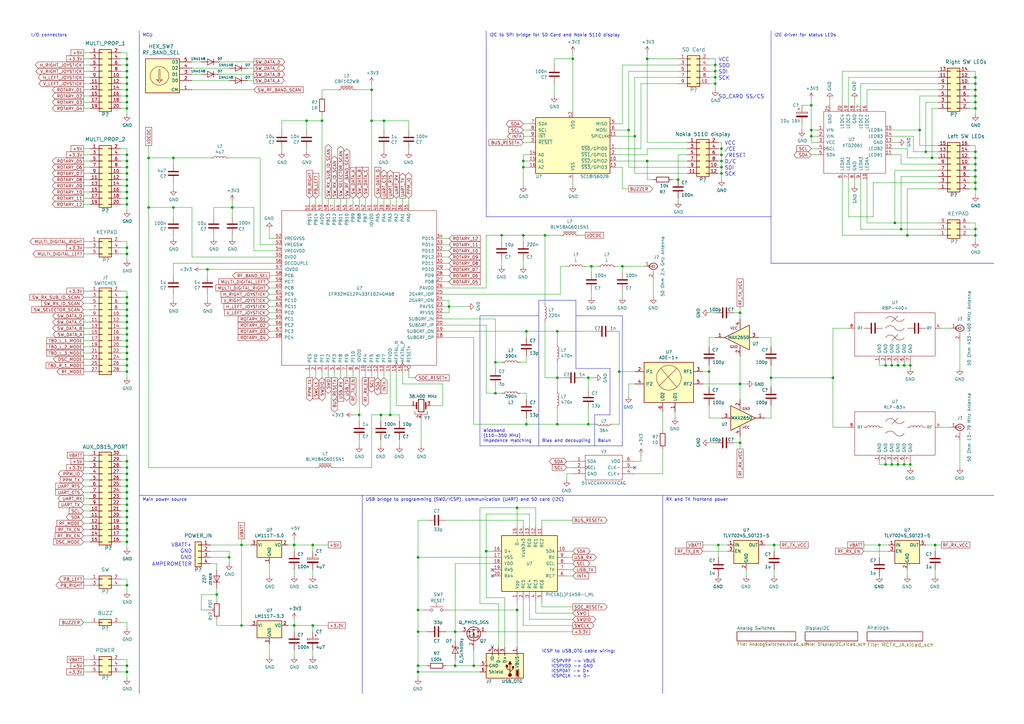
<source format=kicad_sch>
(kicad_sch (version 20220404) (generator eeschema)
  (paper "A3")
  (title_block (title "Remote Control Transmitter") (date "2020-04-15"))
  (junction (at 52.07 204.47))
  (junction (at 400.05 67.31))
  (junction (at 52.07 121.92))
  (junction (at 52.07 134.62))
  (junction (at 293.37 31.75))
  (junction (at 400.05 44.45))
  (junction (at 363.22 190.5))
  (junction (at 171.45 275.59))
  (junction (at 52.07 26.67))
  (junction (at 71.12 85.09))
  (junction (at 370.84 190.5))
  (junction (at 52.07 73.66))
  (junction (at 372.11 96.52))
  (junction (at 241.3 154.94))
  (junction (at 214.63 66.04))
  (junction (at 295.91 66.04))
  (junction (at 295.91 71.12))
  (junction (at 99.06 256.54))
  (junction (at 52.07 214.63))
  (junction (at 400.05 93.98))
  (junction (at 52.07 34.29))
  (junction (at 52.07 31.75))
  (junction (at 95.25 85.09))
  (junction (at 295.91 68.58))
  (junction (at 365.76 190.5))
  (junction (at 186.69 259.08))
  (junction (at 52.07 66.04))
  (junction (at 293.37 34.29))
  (junction (at 290.83 152.4))
  (junction (at 377.19 53.34))
  (junction (at 52.07 132.08))
  (junction (at 171.45 273.05))
  (junction (at 214.63 96.52))
  (junction (at 203.2 161.29))
  (junction (at 400.05 34.29))
  (junction (at 184.15 125.73))
  (junction (at 255.27 109.22))
  (junction (at 52.07 81.28))
  (junction (at 367.03 91.44))
  (junction (at 52.07 24.13))
  (junction (at 52.07 191.77))
  (junction (at 215.9 173.99))
  (junction (at 382.27 64.77))
  (junction (at 365.76 149.86))
  (junction (at 52.07 44.45))
  (junction (at 52.07 76.2))
  (junction (at 400.05 41.91))
  (junction (at 400.05 77.47))
  (junction (at 212.09 250.19))
  (junction (at 52.07 68.58))
  (junction (at 370.84 149.86))
  (junction (at 52.07 137.16))
  (junction (at 400.05 31.75))
  (junction (at 400.05 64.77))
  (junction (at 52.07 199.39))
  (junction (at 52.07 129.54))
  (junction (at 368.3 149.86))
  (junction (at 52.07 240.03))
  (junction (at 278.13 73.66))
  (junction (at 203.2 148.59))
  (junction (at 125.73 49.53))
  (junction (at 52.07 152.4))
  (junction (at 152.4 49.53))
  (junction (at 373.38 190.5))
  (junction (at 400.05 62.23))
  (junction (at 128.27 223.52))
  (junction (at 228.6 135.89))
  (junction (at 212.09 208.28))
  (junction (at 52.07 144.78))
  (junction (at 52.07 189.23))
  (junction (at 332.74 43.18))
  (junction (at 52.07 273.05))
  (junction (at 400.05 36.83))
  (junction (at 228.6 173.99))
  (junction (at 360.68 223.52))
  (junction (at 52.07 39.37))
  (junction (at 52.07 201.93))
  (junction (at 254 152.4))
  (junction (at 199.39 226.06))
  (junction (at 152.4 36.83))
  (junction (at 52.07 149.86))
  (junction (at 60.96 64.77))
  (junction (at 171.45 228.6))
  (junction (at 52.07 222.25))
  (junction (at 332.74 53.34))
  (junction (at 52.07 101.6))
  (junction (at 214.63 68.58))
  (junction (at 303.53 128.27))
  (junction (at 120.65 256.54))
  (junction (at 317.5 223.52))
  (junction (at 205.74 96.52))
  (junction (at 52.07 219.71))
  (junction (at 400.05 69.85))
  (junction (at 293.37 29.21))
  (junction (at 373.38 149.86))
  (junction (at 194.31 273.05))
  (junction (at 293.37 26.67))
  (junction (at 368.3 190.5))
  (junction (at 171.45 259.08))
  (junction (at 369.57 93.98))
  (junction (at 52.07 217.17))
  (junction (at 52.07 71.12))
  (junction (at 85.09 110.49))
  (junction (at 120.65 223.52))
  (junction (at 383.54 223.52))
  (junction (at 160.02 170.18))
  (junction (at 400.05 96.52))
  (junction (at 265.43 24.13))
  (junction (at 52.07 78.74))
  (junction (at 242.57 109.22))
  (junction (at 215.9 135.89))
  (junction (at 147.32 170.18))
  (junction (at 52.07 209.55))
  (junction (at 128.27 256.54))
  (junction (at 363.22 149.86))
  (junction (at 157.48 49.53))
  (junction (at 295.91 60.96))
  (junction (at 379.73 62.23))
  (junction (at 303.53 181.61))
  (junction (at 88.9 243.84))
  (junction (at 71.12 64.77))
  (junction (at 234.95 24.13))
  (junction (at 60.96 85.09))
  (junction (at 52.07 63.5))
  (junction (at 265.43 66.04))
  (junction (at 341.63 154.94))
  (junction (at 52.07 83.82))
  (junction (at 52.07 104.14))
  (junction (at 52.07 41.91))
  (junction (at 52.07 212.09))
  (junction (at 295.91 63.5))
  (junction (at 400.05 74.93))
  (junction (at 400.05 72.39))
  (junction (at 52.07 124.46))
  (junction (at 294.64 223.52))
  (junction (at 260.35 55.88))
  (junction (at 52.07 127))
  (junction (at 99.06 223.52))
  (junction (at 132.08 49.53))
  (junction (at 52.07 275.59))
  (junction (at 52.07 194.31))
  (junction (at 156.21 170.18))
  (junction (at 186.69 273.05))
  (junction (at 316.23 154.94))
  (junction (at 171.45 250.19))
  (junction (at 332.74 55.88))
  (junction (at 52.07 139.7))
  (junction (at 52.07 196.85))
  (junction (at 228.6 154.94))
  (junction (at 223.52 96.52))
  (junction (at 93.98 228.6))
  (junction (at 52.07 142.24))
  (junction (at 257.81 53.34))
  (junction (at 52.07 147.32))
  (junction (at 52.07 29.21))
  (junction (at 303.53 157.48))
  (junction (at 52.07 207.01))
  (junction (at 241.3 173.99))
  (junction (at 52.07 36.83))
  (junction (at 400.05 39.37))
  (no_connect (at 260.35 191.77))
  (no_connect (at 201.93 233.68))
  (no_connect (at 201.93 236.22))
  (no_connect (at 201.93 265.43))
  (wire (pts (xy 372.11 60.96) (xy 372.11 64.77)))
  (wire (pts (xy 368.3 149.86) (xy 370.84 149.86)))
  (wire (pts (xy 332.74 55.88) (xy 332.74 58.42)))
  (wire (pts (xy 400.05 39.37) (xy 400.05 41.91)))
  (wire (pts (xy 335.28 53.34) (xy 332.74 53.34)))
  (wire (pts (xy 49.53 240.03) (xy 52.07 240.03)))
  (wire (pts (xy 49.53 21.59) (xy 52.07 21.59)))
  (wire (pts (xy 49.53 129.54) (xy 52.07 129.54)))
  (wire (pts (xy 36.83 147.32) (xy 34.29 147.32)))
  (wire (pts (xy 303.53 125.73) (xy 303.53 128.27)))
  (wire (pts (xy 181.61 113.03) (xy 184.15 113.03)))
  (wire (pts (xy 152.4 34.29) (xy 152.4 36.83)))
  (wire (pts (xy 52.07 73.66) (xy 52.07 76.2)))
  (wire (pts (xy 156.21 182.88) (xy 156.21 180.34)))
  (wire (pts (xy 162.56 83.82) (xy 162.56 81.28)))
  (wire (pts (xy 369.57 63.5) (xy 369.57 67.31)))
  (wire (pts (xy 36.83 26.67) (xy 34.29 26.67)))
  (wire (pts (xy 400.05 74.93) (xy 400.05 77.47)))
  (wire (pts (xy 118.11 256.54) (xy 120.65 256.54)))
  (wire (pts (xy 110.49 264.16) (xy 110.49 269.24)))
  (wire (pts (xy 139.7 83.82) (xy 139.7 81.28)))
  (wire (pts (xy 34.29 186.69) (xy 36.83 186.69)))
  (wire (pts (xy 386.08 134.62) (xy 389.89 134.62)))
  (wire (pts (xy 368.3 148.59) (xy 368.3 149.86)))
  (wire (pts (xy 36.83 34.29) (xy 34.29 34.29)))
  (polyline (pts (xy 255.27 129.54) (xy 255.27 182.88)))
  (wire (pts (xy 147.32 83.82) (xy 147.32 81.28)))
  (wire (pts (xy 400.05 77.47) (xy 400.05 80.01)))
  (wire (pts (xy 397.51 41.91) (xy 400.05 41.91)))
  (wire (pts (xy 52.07 66.04) (xy 52.07 68.58)))
  (wire (pts (xy 186.69 273.05) (xy 182.88 273.05)))
  (wire (pts (xy 393.7 191.77) (xy 393.7 180.34)))
  (wire (pts (xy 171.45 275.59) (xy 171.45 278.13)))
  (wire (pts (xy 186.69 273.05) (xy 186.69 270.51)))
  (wire (pts (xy 52.07 26.67) (xy 52.07 29.21)))
  (wire (pts (xy 232.41 228.6) (xy 234.95 228.6)))
  (wire (pts (xy 36.83 214.63) (xy 34.29 214.63)))
  (wire (pts (xy 363.22 189.23) (xy 363.22 190.5)))
  (wire (pts (xy 384.81 74.93) (xy 358.14 74.93)))
  (wire (pts (xy 186.69 262.89) (xy 186.69 259.08)))
  (wire (pts (xy 383.54 226.06) (xy 383.54 223.52)))
  (wire (pts (xy 167.64 53.34) (xy 167.64 49.53)))
  (wire (pts (xy 99.06 220.98) (xy 99.06 223.52)))
  (wire (pts (xy 214.63 68.58) (xy 217.17 68.58)))
  (wire (pts (xy 228.6 173.99) (xy 241.3 173.99)))
  (wire (pts (xy 365.76 189.23) (xy 365.76 190.5)))
  (wire (pts (xy 377.19 53.34) (xy 377.19 39.37)))
  (wire (pts (xy 49.53 39.37) (xy 52.07 39.37)))
  (wire (pts (xy 194.31 173.99) (xy 215.9 173.99)))
  (wire (pts (xy 288.29 157.48) (xy 303.53 157.48)))
  (wire (pts (xy 149.86 83.82) (xy 149.86 81.28)))
  (wire (pts (xy 128.27 259.08) (xy 128.27 256.54)))
  (wire (pts (xy 214.63 58.42) (xy 217.17 58.42)))
  (wire (pts (xy 332.74 58.42) (xy 335.28 58.42)))
  (wire (pts (xy 36.83 71.12) (xy 34.29 71.12)))
  (wire (pts (xy 93.98 228.6) (xy 93.98 231.14)))
  (wire (pts (xy 132.08 46.99) (xy 132.08 49.53)))
  (wire (pts (xy 213.36 148.59) (xy 215.9 148.59)))
  (wire (pts (xy 171.45 250.19) (xy 171.45 259.08)))
  (wire (pts (xy 332.74 40.64) (xy 332.74 43.18)))
  (wire (pts (xy 214.63 63.5) (xy 214.63 66.04)))
  (wire (pts (xy 222.25 246.38) (xy 222.25 248.92)))
  (wire (pts (xy 257.81 29.21) (xy 278.13 29.21)))
  (wire (pts (xy 370.84 149.86) (xy 373.38 149.86)))
  (wire (pts (xy 128.27 236.22) (xy 128.27 233.68)))
  (wire (pts (xy 144.78 83.82) (xy 144.78 81.28)))
  (wire (pts (xy 129.54 154.94) (xy 129.54 152.4)))
  (wire (pts (xy 294.64 68.58) (xy 295.91 68.58)))
  (wire (pts (xy 144.78 170.18) (xy 147.32 170.18)))
  (wire (pts (xy 360.68 148.59) (xy 360.68 149.86)))
  (wire (pts (xy 36.83 36.83) (xy 34.29 36.83)))
  (wire (pts (xy 228.6 154.94) (xy 228.6 160.02)))
  (wire (pts (xy 113.03 97.79) (xy 110.49 97.79)))
  (wire (pts (xy 234.95 73.66) (xy 234.95 76.2)))
  (wire (pts (xy 88.9 243.84) (xy 82.55 243.84)))
  (wire (pts (xy 335.28 63.5) (xy 332.74 63.5)))
  (wire (pts (xy 52.07 149.86) (xy 52.07 152.4)))
  (wire (pts (xy 363.22 190.5) (xy 365.76 190.5)))
  (wire (pts (xy 52.07 139.7) (xy 52.07 142.24)))
  (wire (pts (xy 227.33 24.13) (xy 234.95 24.13)))
  (wire (pts (xy 165.1 152.4) (xy 165.1 157.48)))
  (wire (pts (xy 379.73 62.23) (xy 379.73 41.91)))
  (wire (pts (xy 345.44 43.18) (xy 345.44 29.21)))
  (wire (pts (xy 267.97 73.66) (xy 265.43 73.66)))
  (wire (pts (xy 242.57 109.22) (xy 245.11 109.22)))
  (wire (pts (xy 400.05 91.44) (xy 400.05 93.98)))
  (wire (pts (xy 293.37 34.29) (xy 293.37 36.83)))
  (wire (pts (xy 88.9 254) (xy 88.9 256.54)))
  (wire (pts (xy 204.47 247.65) (xy 204.47 265.43)))
  (wire (pts (xy 294.64 58.42) (xy 295.91 58.42)))
  (wire (pts (xy 36.83 31.75) (xy 34.29 31.75)))
  (wire (pts (xy 363.22 149.86) (xy 365.76 149.86)))
  (wire (pts (xy 294.64 223.52) (xy 288.29 223.52)))
  (wire (pts (xy 49.53 191.77) (xy 52.07 191.77)))
  (wire (pts (xy 85.09 120.65) (xy 85.09 123.19)))
  (polyline (pts (xy 250.19 170.18) (xy 250.19 151.13)))
  (wire (pts (xy 215.9 148.59) (xy 215.9 146.05)))
  (wire (pts (xy 101.6 33.02) (xy 104.14 33.02)))
  (wire (pts (xy 93.98 64.77) (xy 106.68 64.77)))
  (wire (pts (xy 152.4 170.18) (xy 152.4 191.77)))
  (wire (pts (xy 260.35 71.12) (xy 281.94 71.12)))
  (wire (pts (xy 316.23 149.86) (xy 316.23 154.94)))
  (wire (pts (xy 157.48 83.82) (xy 157.48 81.28)))
  (wire (pts (xy 214.63 66.04) (xy 214.63 68.58)))
  (wire (pts (xy 275.59 73.66) (xy 278.13 73.66)))
  (polyline (pts (xy 148.59 203.2) (xy 148.59 284.48)))
  (wire (pts (xy 49.53 196.85) (xy 52.07 196.85)))
  (wire (pts (xy 219.71 215.9) (xy 219.71 208.28)))
  (wire (pts (xy 228.6 167.64) (xy 228.6 173.99)))
  (wire (pts (xy 332.74 43.18) (xy 328.93 43.18)))
  (wire (pts (xy 306.07 233.68) (xy 306.07 236.22)))
  (wire (pts (xy 52.07 134.62) (xy 52.07 137.16)))
  (wire (pts (xy 156.21 170.18) (xy 156.21 172.72)))
  (wire (pts (xy 199.39 226.06) (xy 199.39 245.11)))
  (wire (pts (xy 49.53 101.6) (xy 52.07 101.6)))
  (wire (pts (xy 290.83 152.4) (xy 290.83 158.75)))
  (wire (pts (xy 252.73 50.8) (xy 255.27 50.8)))
  (wire (pts (xy 332.74 55.88) (xy 335.28 55.88)))
  (wire (pts (xy 265.43 58.42) (xy 265.43 24.13)))
  (wire (pts (xy 115.57 60.96) (xy 115.57 62.23)))
  (wire (pts (xy 400.05 64.77) (xy 400.05 67.31)))
  (wire (pts (xy 214.63 55.88) (xy 217.17 55.88)))
  (wire (pts (xy 260.35 55.88) (xy 260.35 71.12)))
  (wire (pts (xy 134.62 256.54) (xy 128.27 256.54)))
  (wire (pts (xy 303.53 184.15) (xy 303.53 181.61)))
  (wire (pts (xy 367.03 91.44) (xy 384.81 91.44)))
  (wire (pts (xy 147.32 180.34) (xy 147.32 182.88)))
  (polyline (pts (xy 236.22 123.19) (xy 220.98 123.19)))
  (wire (pts (xy 36.83 255.27) (xy 34.29 255.27)))
  (wire (pts (xy 49.53 104.14) (xy 52.07 104.14)))
  (wire (pts (xy 214.63 96.52) (xy 223.52 96.52)))
  (polyline (pts (xy 250.19 151.13) (xy 236.22 151.13)))
  (wire (pts (xy 137.16 154.94) (xy 137.16 152.4)))
  (wire (pts (xy 194.31 138.43) (xy 194.31 173.99)))
  (wire (pts (xy 241.3 173.99) (xy 243.84 173.99)))
  (wire (pts (xy 49.53 214.63) (xy 52.07 214.63)))
  (wire (pts (xy 347.98 175.26) (xy 341.63 175.26)))
  (wire (pts (xy 132.08 154.94) (xy 132.08 152.4)))
  (wire (pts (xy 34.29 60.96) (xy 36.83 60.96)))
  (wire (pts (xy 52.07 68.58) (xy 52.07 71.12)))
  (wire (pts (xy 400.05 59.69) (xy 400.05 62.23)))
  (wire (pts (xy 223.52 154.94) (xy 223.52 132.08)))
  (wire (pts (xy 106.68 64.77) (xy 106.68 100.33)))
  (wire (pts (xy 252.73 63.5) (xy 265.43 63.5)))
  (wire (pts (xy 152.4 36.83) (xy 152.4 49.53)))
  (wire (pts (xy 139.7 154.94) (xy 139.7 152.4)))
  (wire (pts (xy 278.13 24.13) (xy 265.43 24.13)))
  (wire (pts (xy 219.71 246.38) (xy 219.71 251.46)))
  (wire (pts (xy 113.03 135.89) (xy 110.49 135.89)))
  (wire (pts (xy 332.74 53.34) (xy 332.74 55.88)))
  (wire (pts (xy 36.83 134.62) (xy 34.29 134.62)))
  (wire (pts (xy 260.35 194.31) (xy 271.78 194.31)))
  (wire (pts (xy 203.2 161.29) (xy 205.74 161.29)))
  (wire (pts (xy 129.54 191.77) (xy 60.96 191.77)))
  (wire (pts (xy 317.5 223.52) (xy 320.04 223.52)))
  (wire (pts (xy 222.25 215.9) (xy 222.25 213.36)))
  (wire (pts (xy 34.29 199.39) (xy 36.83 199.39)))
  (wire (pts (xy 240.03 109.22) (xy 242.57 109.22)))
  (wire (pts (xy 353.06 73.66) (xy 353.06 93.98)))
  (wire (pts (xy 386.08 175.26) (xy 389.89 175.26)))
  (wire (pts (xy 232.41 189.23) (xy 234.95 189.23)))
  (wire (pts (xy 400.05 96.52) (xy 400.05 99.06)))
  (wire (pts (xy 217.17 63.5) (xy 214.63 63.5)))
  (wire (pts (xy 238.76 154.94) (xy 241.3 154.94)))
  (wire (pts (xy 171.45 275.59) (xy 196.85 275.59)))
  (wire (pts (xy 369.57 67.31) (xy 384.81 67.31)))
  (wire (pts (xy 173.99 250.19) (xy 171.45 250.19)))
  (wire (pts (xy 113.03 115.57) (xy 110.49 115.57)))
  (wire (pts (xy 88.9 246.38) (xy 88.9 243.84)))
  (wire (pts (xy 49.53 217.17) (xy 52.07 217.17)))
  (wire (pts (xy 104.14 102.87) (xy 104.14 85.09)))
  (wire (pts (xy 290.83 149.86) (xy 290.83 152.4)))
  (wire (pts (xy 370.84 148.59) (xy 370.84 149.86)))
  (wire (pts (xy 49.53 207.01) (xy 52.07 207.01)))
  (wire (pts (xy 157.48 53.34) (xy 157.48 49.53)))
  (wire (pts (xy 82.55 30.48) (xy 78.74 30.48)))
  (wire (pts (xy 397.51 31.75) (xy 400.05 31.75)))
  (wire (pts (xy 228.6 148.59) (xy 228.6 154.94)))
  (wire (pts (xy 36.83 73.66) (xy 34.29 73.66)))
  (wire (pts (xy 251.46 135.89) (xy 254 135.89)))
  (wire (pts (xy 160.02 83.82) (xy 160.02 81.28)))
  (wire (pts (xy 49.53 134.62) (xy 52.07 134.62)))
  (wire (pts (xy 99.06 256.54) (xy 102.87 256.54)))
  (wire (pts (xy 60.96 59.69) (xy 60.96 64.77)))
  (wire (pts (xy 257.81 53.34) (xy 257.81 68.58)))
  (wire (pts (xy 234.95 256.54) (xy 214.63 256.54)))
  (wire (pts (xy 341.63 134.62) (xy 347.98 134.62)))
  (wire (pts (xy 163.83 182.88) (xy 163.83 180.34)))
  (wire (pts (xy 36.83 124.46) (xy 34.29 124.46)))
  (wire (pts (xy 87.63 88.9) (xy 87.63 85.09)))
  (wire (pts (xy 49.53 71.12) (xy 52.07 71.12)))
  (wire (pts (xy 118.11 223.52) (xy 120.65 223.52)))
  (wire (pts (xy 345.44 96.52) (xy 372.11 96.52)))
  (wire (pts (xy 36.83 129.54) (xy 34.29 129.54)))
  (wire (pts (xy 110.49 93.98) (xy 110.49 97.79)))
  (wire (pts (xy 290.83 34.29) (xy 293.37 34.29)))
  (wire (pts (xy 156.21 170.18) (xy 160.02 170.18)))
  (wire (pts (xy 157.48 154.94) (xy 157.48 152.4)))
  (wire (pts (xy 49.53 237.49) (xy 52.07 237.49)))
  (wire (pts (xy 223.52 124.46) (xy 223.52 96.52)))
  (polyline (pts (xy 271.78 203.2) (xy 271.78 284.48)))
  (wire (pts (xy 257.81 157.48) (xy 257.81 162.56)))
  (wire (pts (xy 369.57 72.39) (xy 369.57 93.98)))
  (wire (pts (xy 365.76 190.5) (xy 368.3 190.5)))
  (wire (pts (xy 144.78 154.94) (xy 144.78 152.4)))
  (wire (pts (xy 353.06 43.18) (xy 353.06 34.29)))
  (wire (pts (xy 34.29 194.31) (xy 36.83 194.31)))
  (wire (pts (xy 290.83 31.75) (xy 293.37 31.75)))
  (wire (pts (xy 353.06 93.98) (xy 369.57 93.98)))
  (wire (pts (xy 223.52 96.52) (xy 229.87 96.52)))
  (wire (pts (xy 303.53 128.27) (xy 303.53 130.81)))
  (wire (pts (xy 52.07 41.91) (xy 52.07 44.45)))
  (wire (pts (xy 295.91 171.45) (xy 290.83 171.45)))
  (wire (pts (xy 241.3 154.94) (xy 243.84 154.94)))
  (wire (pts (xy 52.07 255.27) (xy 52.07 257.81)))
  (wire (pts (xy 34.29 212.09) (xy 36.83 212.09)))
  (wire (pts (xy 373.38 190.5) (xy 373.38 189.23)))
  (wire (pts (xy 189.23 259.08) (xy 186.69 259.08)))
  (wire (pts (xy 214.63 109.22) (xy 214.63 106.68)))
  (wire (pts (xy 156.21 170.18) (xy 152.4 170.18)))
  (wire (pts (xy 34.29 270.51) (xy 36.83 270.51)))
  (wire (pts (xy 199.39 210.82) (xy 199.39 226.06)))
  (wire (pts (xy 379.73 223.52) (xy 383.54 223.52)))
  (wire (pts (xy 383.54 233.68) (xy 383.54 236.22)))
  (wire (pts (xy 232.41 191.77) (xy 234.95 191.77)))
  (wire (pts (xy 397.51 69.85) (xy 400.05 69.85)))
  (wire (pts (xy 49.53 34.29) (xy 52.07 34.29)))
  (wire (pts (xy 52.07 219.71) (xy 52.07 222.25)))
  (wire (pts (xy 78.74 85.09) (xy 71.12 85.09)))
  (wire (pts (xy 196.85 208.28) (xy 196.85 247.65)))
  (wire (pts (xy 36.83 240.03) (xy 34.29 240.03)))
  (wire (pts (xy 181.61 133.35) (xy 199.39 133.35)))
  (wire (pts (xy 171.45 259.08) (xy 171.45 273.05)))
  (wire (pts (xy 212.09 208.28) (xy 196.85 208.28)))
  (wire (pts (xy 49.53 275.59) (xy 52.07 275.59)))
  (wire (pts (xy 147.32 152.4) (xy 147.32 170.18)))
  (wire (pts (xy 165.1 83.82) (xy 165.1 81.28)))
  (wire (pts (xy 175.26 273.05) (xy 171.45 273.05)))
  (wire (pts (xy 49.53 68.58) (xy 52.07 68.58)))
  (wire (pts (xy 36.83 66.04) (xy 34.29 66.04)))
  (wire (pts (xy 34.29 275.59) (xy 36.83 275.59)))
  (wire (pts (xy 60.96 64.77) (xy 60.96 85.09)))
  (wire (pts (xy 152.4 154.94) (xy 152.4 152.4)))
  (wire (pts (xy 86.36 223.52) (xy 99.06 223.52)))
  (wire (pts (xy 95.25 88.9) (xy 95.25 85.09)))
  (wire (pts (xy 52.07 34.29) (xy 52.07 36.83)))
  (wire (pts (xy 127 83.82) (xy 127 81.28)))
  (wire (pts (xy 52.07 63.5) (xy 52.07 66.04)))
  (wire (pts (xy 142.24 154.94) (xy 142.24 152.4)))
  (wire (pts (xy 52.07 127) (xy 52.07 129.54)))
  (wire (pts (xy 306.07 157.48) (xy 303.53 157.48)))
  (wire (pts (xy 400.05 67.31) (xy 400.05 69.85)))
  (wire (pts (xy 104.14 36.83) (xy 78.74 36.83)))
  (wire (pts (xy 265.43 73.66) (xy 265.43 66.04)))
  (wire (pts (xy 52.07 275.59) (xy 52.07 278.13)))
  (polyline (pts (xy 243.84 170.18) (xy 250.19 170.18)))
  (wire (pts (xy 162.56 166.37) (xy 162.56 152.4)))
  (wire (pts (xy 260.35 55.88) (xy 260.35 31.75)))
  (wire (pts (xy 214.63 246.38) (xy 214.63 256.54)))
  (wire (pts (xy 181.61 157.48) (xy 181.61 166.37)))
  (wire (pts (xy 364.49 226.06) (xy 354.33 226.06)))
  (wire (pts (xy 49.53 189.23) (xy 52.07 189.23)))
  (wire (pts (xy 152.4 49.53) (xy 157.48 49.53)))
  (wire (pts (xy 49.53 222.25) (xy 52.07 222.25)))
  (polyline (pts (xy 196.85 129.54) (xy 196.85 182.88)))
  (wire (pts (xy 49.53 201.93) (xy 52.07 201.93)))
  (wire (pts (xy 350.52 73.66) (xy 350.52 76.2)))
  (wire (pts (xy 294.64 228.6) (xy 294.64 223.52)))
  (wire (pts (xy 212.09 208.28) (xy 212.09 215.9)))
  (wire (pts (xy 252.73 66.04) (xy 265.43 66.04)))
  (wire (pts (xy 175.26 259.08) (xy 171.45 259.08)))
  (wire (pts (xy 228.6 135.89) (xy 243.84 135.89)))
  (wire (pts (xy 71.12 88.9) (xy 71.12 85.09)))
  (wire (pts (xy 132.08 49.53) (xy 132.08 83.82)))
  (wire (pts (xy 215.9 161.29) (xy 215.9 163.83)))
  (wire (pts (xy 49.53 99.06) (xy 52.07 99.06)))
  (wire (pts (xy 52.07 196.85) (xy 52.07 199.39)))
  (wire (pts (xy 34.29 209.55) (xy 36.83 209.55)))
  (wire (pts (xy 290.83 26.67) (xy 293.37 26.67)))
  (wire (pts (xy 36.83 149.86) (xy 34.29 149.86)))
  (wire (pts (xy 95.25 82.55) (xy 95.25 85.09)))
  (wire (pts (xy 278.13 63.5) (xy 281.94 63.5)))
  (wire (pts (xy 295.91 58.42) (xy 295.91 60.96)))
  (polyline (pts (xy 236.22 129.54) (xy 255.27 129.54)))
  (wire (pts (xy 372.11 77.47) (xy 372.11 96.52)))
  (wire (pts (xy 49.53 24.13) (xy 52.07 24.13)))
  (wire (pts (xy 134.62 83.82) (xy 134.62 81.28)))
  (wire (pts (xy 125.73 60.96) (xy 125.73 62.23)))
  (wire (pts (xy 52.07 147.32) (xy 52.07 149.86)))
  (wire (pts (xy 134.62 154.94) (xy 134.62 152.4)))
  (wire (pts (xy 260.35 157.48) (xy 257.81 157.48)))
  (wire (pts (xy 240.03 96.52) (xy 237.49 96.52)))
  (wire (pts (xy 52.07 121.92) (xy 52.07 124.46)))
  (wire (pts (xy 152.4 191.77) (xy 137.16 191.77)))
  (wire (pts (xy 52.07 189.23) (xy 52.07 191.77)))
  (wire (pts (xy 293.37 128.27) (xy 290.83 128.27)))
  (wire (pts (xy 328.93 50.8) (xy 328.93 53.34)))
  (wire (pts (xy 93.98 226.06) (xy 86.36 226.06)))
  (wire (pts (xy 52.07 44.45) (xy 52.07 46.99)))
  (wire (pts (xy 205.74 96.52) (xy 214.63 96.52)))
  (wire (pts (xy 393.7 151.13) (xy 393.7 139.7)))
  (wire (pts (xy 303.53 181.61) (xy 303.53 179.07)))
  (wire (pts (xy 167.64 154.94) (xy 170.18 154.94)))
  (polyline (pts (xy 316.23 12.7) (xy 316.23 107.95)))
  (wire (pts (xy 365.76 149.86) (xy 368.3 149.86)))
  (wire (pts (xy 400.05 34.29) (xy 400.05 36.83)))
  (wire (pts (xy 290.83 138.43) (xy 293.37 138.43)))
  (wire (pts (xy 181.61 166.37) (xy 176.53 166.37)))
  (wire (pts (xy 298.45 226.06) (xy 288.29 226.06)))
  (wire (pts (xy 219.71 208.28) (xy 212.09 208.28)))
  (wire (pts (xy 298.45 223.52) (xy 294.64 223.52)))
  (wire (pts (xy 271.78 184.15) (xy 271.78 194.31)))
  (wire (pts (xy 397.51 91.44) (xy 400.05 91.44)))
  (wire (pts (xy 365.76 53.34) (xy 377.19 53.34)))
  (wire (pts (xy 199.39 161.29) (xy 203.2 161.29)))
  (wire (pts (xy 400.05 36.83) (xy 400.05 39.37)))
  (wire (pts (xy 154.94 83.82) (xy 154.94 81.28)))
  (wire (pts (xy 313.69 223.52) (xy 317.5 223.52)))
  (wire (pts (xy 49.53 137.16) (xy 52.07 137.16)))
  (wire (pts (xy 120.65 220.98) (xy 120.65 223.52)))
  (wire (pts (xy 52.07 132.08) (xy 52.07 134.62)))
  (wire (pts (xy 113.03 100.33) (xy 106.68 100.33)))
  (wire (pts (xy 232.41 236.22) (xy 234.95 236.22)))
  (wire (pts (xy 52.07 29.21) (xy 52.07 31.75)))
  (wire (pts (xy 303.53 157.48) (xy 303.53 163.83)))
  (wire (pts (xy 365.76 60.96) (xy 372.11 60.96)))
  (wire (pts (xy 120.65 266.7) (xy 120.65 269.24)))
  (polyline (pts (xy 57.15 284.48) (xy 57.15 12.7)))
  (wire (pts (xy 120.65 233.68) (xy 120.65 236.22)))
  (wire (pts (xy 278.13 63.5) (xy 278.13 73.66)))
  (wire (pts (xy 36.83 139.7) (xy 34.29 139.7)))
  (wire (pts (xy 217.17 210.82) (xy 199.39 210.82)))
  (wire (pts (xy 52.07 212.09) (xy 52.07 214.63)))
  (wire (pts (xy 132.08 49.53) (xy 125.73 49.53)))
  (wire (pts (xy 36.83 132.08) (xy 34.29 132.08)))
  (wire (pts (xy 95.25 97.79) (xy 95.25 96.52)))
  (wire (pts (xy 260.35 31.75) (xy 278.13 31.75)))
  (wire (pts (xy 316.23 138.43) (xy 311.15 138.43)))
  (wire (pts (xy 251.46 173.99) (xy 254 173.99)))
  (wire (pts (xy 397.51 29.21) (xy 400.05 29.21)))
  (wire (pts (xy 377.19 53.34) (xy 377.19 59.69)))
  (wire (pts (xy 134.62 223.52) (xy 128.27 223.52)))
  (wire (pts (xy 147.32 170.18) (xy 147.32 172.72)))
  (wire (pts (xy 303.53 146.05) (xy 303.53 157.48)))
  (wire (pts (xy 52.07 31.75) (xy 52.07 34.29)))
  (polyline (pts (xy 199.39 88.9) (xy 316.23 88.9)))
  (wire (pts (xy 167.64 83.82) (xy 167.64 81.28)))
  (wire (pts (xy 78.74 27.94) (xy 93.98 27.94)))
  (wire (pts (xy 257.81 53.34) (xy 257.81 29.21)))
  (wire (pts (xy 128.27 269.24) (xy 128.27 266.7)))
  (wire (pts (xy 71.12 120.65) (xy 71.12 123.19)))
  (wire (pts (xy 345.44 73.66) (xy 345.44 96.52)))
  (wire (pts (xy 257.81 77.47) (xy 255.27 77.47)))
  (wire (pts (xy 36.83 39.37) (xy 34.29 39.37)))
  (wire (pts (xy 227.33 34.29) (xy 227.33 39.37)))
  (wire (pts (xy 353.06 34.29) (xy 384.81 34.29)))
  (wire (pts (xy 71.12 96.52) (xy 71.12 97.79)))
  (polyline (pts (xy 57.15 203.2) (xy 407.67 203.2)))
  (wire (pts (xy 52.07 273.05) (xy 52.07 275.59)))
  (wire (pts (xy 49.53 63.5) (xy 52.07 63.5)))
  (wire (pts (xy 400.05 72.39) (xy 400.05 74.93)))
  (wire (pts (xy 52.07 217.17) (xy 52.07 219.71)))
  (wire (pts (xy 303.53 128.27) (xy 300.99 128.27)))
  (wire (pts (xy 397.51 59.69) (xy 400.05 59.69)))
  (wire (pts (xy 290.83 138.43) (xy 290.83 142.24)))
  (wire (pts (xy 377.19 59.69) (xy 384.81 59.69)))
  (wire (pts (xy 255.27 109.22) (xy 264.16 109.22)))
  (wire (pts (xy 201.93 231.14) (xy 186.69 231.14)))
  (wire (pts (xy 49.53 31.75) (xy 52.07 31.75)))
  (wire (pts (xy 120.65 223.52) (xy 120.65 226.06)))
  (wire (pts (xy 52.07 60.96) (xy 52.07 63.5)))
  (wire (pts (xy 52.07 78.74) (xy 52.07 81.28)))
  (wire (pts (xy 365.76 58.42) (xy 368.3 58.42)))
  (wire (pts (xy 49.53 66.04) (xy 52.07 66.04)))
  (wire (pts (xy 199.39 133.35) (xy 199.39 161.29)))
  (wire (pts (xy 52.07 191.77) (xy 52.07 194.31)))
  (wire (pts (xy 212.09 250.19) (xy 212.09 265.43)))
  (wire (pts (xy 400.05 44.45) (xy 400.05 46.99)))
  (wire (pts (xy 34.29 222.25) (xy 36.83 222.25)))
  (wire (pts (xy 294.64 60.96) (xy 295.91 60.96)))
  (wire (pts (xy 214.63 66.04) (xy 217.17 66.04)))
  (wire (pts (xy 234.95 248.92) (xy 222.25 248.92)))
  (wire (pts (xy 368.3 190.5) (xy 370.84 190.5)))
  (wire (pts (xy 262.89 60.96) (xy 262.89 34.29)))
  (wire (pts (xy 49.53 41.91) (xy 52.07 41.91)))
  (wire (pts (xy 71.12 85.09) (xy 60.96 85.09)))
  (wire (pts (xy 181.61 130.81) (xy 203.2 130.81)))
  (wire (pts (xy 316.23 166.37) (xy 316.23 171.45)))
  (wire (pts (xy 186.69 259.08) (xy 182.88 259.08)))
  (wire (pts (xy 400.05 69.85) (xy 400.05 72.39)))
  (wire (pts (xy 49.53 209.55) (xy 52.07 209.55)))
  (wire (pts (xy 181.61 102.87) (xy 184.15 102.87)))
  (polyline (pts (xy 220.98 129.54) (xy 196.85 129.54)))
  (wire (pts (xy 181.61 120.65) (xy 229.87 120.65)))
  (wire (pts (xy 36.83 68.58) (xy 34.29 68.58)))
  (wire (pts (xy 294.64 63.5) (xy 295.91 63.5)))
  (wire (pts (xy 181.61 128.27) (xy 184.15 128.27)))
  (wire (pts (xy 52.07 142.24) (xy 52.07 144.78)))
  (wire (pts (xy 99.06 256.54) (xy 88.9 256.54)))
  (wire (pts (xy 184.15 125.73) (xy 191.77 125.73)))
  (wire (pts (xy 49.53 144.78) (xy 52.07 144.78)))
  (wire (pts (xy 34.29 207.01) (xy 36.83 207.01)))
  (wire (pts (xy 254 135.89) (xy 254 152.4)))
  (wire (pts (xy 137.16 83.82) (xy 137.16 81.28)))
  (wire (pts (xy 90.17 25.4) (xy 104.14 25.4)))
  (wire (pts (xy 60.96 85.09) (xy 60.96 191.77)))
  (wire (pts (xy 365.76 148.59) (xy 365.76 149.86)))
  (wire (pts (xy 52.07 39.37) (xy 52.07 41.91)))
  (wire (pts (xy 52.07 24.13) (xy 52.07 26.67)))
  (wire (pts (xy 217.17 246.38) (xy 217.17 254)))
  (wire (pts (xy 234.95 259.08) (xy 199.39 259.08)))
  (wire (pts (xy 345.44 29.21) (xy 384.81 29.21)))
  (wire (pts (xy 113.03 118.11) (xy 110.49 118.11)))
  (wire (pts (xy 232.41 226.06) (xy 234.95 226.06)))
  (wire (pts (xy 384.81 72.39) (xy 369.57 72.39)))
  (wire (pts (xy 52.07 71.12) (xy 52.07 73.66)))
  (wire (pts (xy 232.41 233.68) (xy 234.95 233.68)))
  (wire (pts (xy 82.55 25.4) (xy 78.74 25.4)))
  (wire (pts (xy 49.53 194.31) (xy 52.07 194.31)))
  (wire (pts (xy 160.02 170.18) (xy 163.83 170.18)))
  (wire (pts (xy 242.57 119.38) (xy 242.57 121.92)))
  (wire (pts (xy 86.36 228.6) (xy 93.98 228.6)))
  (wire (pts (xy 341.63 134.62) (xy 341.63 154.94)))
  (wire (pts (xy 34.29 142.24) (xy 36.83 142.24)))
  (wire (pts (xy 113.03 123.19) (xy 110.49 123.19)))
  (wire (pts (xy 49.53 44.45) (xy 52.07 44.45)))
  (wire (pts (xy 36.83 41.91) (xy 34.29 41.91)))
  (wire (pts (xy 36.83 21.59) (xy 34.29 21.59)))
  (wire (pts (xy 397.51 34.29) (xy 400.05 34.29)))
  (wire (pts (xy 370.84 189.23) (xy 370.84 190.5)))
  (wire (pts (xy 196.85 273.05) (xy 194.31 273.05)))
  (wire (pts (xy 113.03 128.27) (xy 110.49 128.27)))
  (wire (pts (xy 113.03 113.03) (xy 110.49 113.03)))
  (wire (pts (xy 34.29 189.23) (xy 36.83 189.23)))
  (wire (pts (xy 34.29 63.5) (xy 36.83 63.5)))
  (wire (pts (xy 400.05 62.23) (xy 400.05 64.77)))
  (wire (pts (xy 347.98 73.66) (xy 347.98 88.9)))
  (wire (pts (xy 290.83 24.13) (xy 293.37 24.13)))
  (wire (pts (xy 167.64 60.96) (xy 167.64 62.23)))
  (wire (pts (xy 213.36 161.29) (xy 215.9 161.29)))
  (wire (pts (xy 52.07 222.25) (xy 52.07 224.79)))
  (wire (pts (xy 254 152.4) (xy 260.35 152.4)))
  (wire (pts (xy 36.83 119.38) (xy 34.29 119.38)))
  (wire (pts (xy 332.74 43.18) (xy 332.74 53.34)))
  (wire (pts (xy 262.89 189.23) (xy 262.89 186.69)))
  (wire (pts (xy 369.57 93.98) (xy 384.81 93.98)))
  (wire (pts (xy 49.53 124.46) (xy 52.07 124.46)))
  (wire (pts (xy 181.61 97.79) (xy 184.15 97.79)))
  (wire (pts (xy 181.61 115.57) (xy 184.15 115.57)))
  (wire (pts (xy 157.48 49.53) (xy 167.64 49.53)))
  (wire (pts (xy 215.9 171.45) (xy 215.9 173.99)))
  (wire (pts (xy 71.12 67.31) (xy 71.12 64.77)))
  (wire (pts (xy 316.23 154.94) (xy 341.63 154.94)))
  (wire (pts (xy 293.37 24.13) (xy 293.37 26.67)))
  (wire (pts (xy 36.83 99.06) (xy 34.29 99.06)))
  (wire (pts (xy 52.07 201.93) (xy 52.07 204.47)))
  (wire (pts (xy 199.39 245.11) (xy 207.01 245.11)))
  (wire (pts (xy 181.61 135.89) (xy 215.9 135.89)))
  (wire (pts (xy 232.41 231.14) (xy 234.95 231.14)))
  (wire (pts (xy 316.23 138.43) (xy 316.23 142.24)))
  (wire (pts (xy 82.55 110.49) (xy 85.09 110.49)))
  (wire (pts (xy 358.14 88.9) (xy 358.14 74.93)))
  (wire (pts (xy 34.29 273.05) (xy 36.83 273.05)))
  (wire (pts (xy 52.07 240.03) (xy 52.07 242.57)))
  (wire (pts (xy 184.15 125.73) (xy 181.61 125.73)))
  (wire (pts (xy 252.73 109.22) (xy 255.27 109.22)))
  (wire (pts (xy 400.05 77.47) (xy 397.51 77.47)))
  (wire (pts (xy 52.07 21.59) (xy 52.07 24.13)))
  (wire (pts (xy 181.61 107.95) (xy 184.15 107.95)))
  (wire (pts (xy 212.09 246.38) (xy 212.09 250.19)))
  (wire (pts (xy 52.07 36.83) (xy 52.07 39.37)))
  (wire (pts (xy 36.83 237.49) (xy 34.29 237.49)))
  (wire (pts (xy 52.07 101.6) (xy 52.07 104.14)))
  (wire (pts (xy 49.53 147.32) (xy 52.07 147.32)))
  (wire (pts (xy 257.81 68.58) (xy 281.94 68.58)))
  (wire (pts (xy 52.07 152.4) (xy 52.07 154.94)))
  (wire (pts (xy 382.27 64.77) (xy 382.27 44.45)))
  (wire (pts (xy 113.03 105.41) (xy 78.74 105.41)))
  (wire (pts (xy 372.11 96.52) (xy 384.81 96.52)))
  (wire (pts (xy 49.53 36.83) (xy 52.07 36.83)))
  (wire (pts (xy 234.95 21.59) (xy 234.95 24.13)))
  (wire (pts (xy 34.29 204.47) (xy 36.83 204.47)))
  (wire (pts (xy 49.53 73.66) (xy 52.07 73.66)))
  (wire (pts (xy 110.49 231.14) (xy 110.49 236.22)))
  (wire (pts (xy 95.25 85.09) (xy 104.14 85.09)))
  (wire (pts (xy 132.08 36.83) (xy 132.08 39.37)))
  (wire (pts (xy 276.86 168.91) (xy 276.86 171.45)))
  (wire (pts (xy 49.53 139.7) (xy 52.07 139.7)))
  (wire (pts (xy 397.51 39.37) (xy 400.05 39.37)))
  (wire (pts (xy 377.19 39.37) (xy 384.81 39.37)))
  (wire (pts (xy 363.22 148.59) (xy 363.22 149.86)))
  (wire (pts (xy 252.73 55.88) (xy 260.35 55.88)))
  (wire (pts (xy 52.07 204.47) (xy 52.07 207.01)))
  (wire (pts (xy 49.53 29.21) (xy 52.07 29.21)))
  (wire (pts (xy 49.53 270.51) (xy 52.07 270.51)))
  (wire (pts (xy 181.61 110.49) (xy 184.15 110.49)))
  (wire (pts (xy 397.51 72.39) (xy 400.05 72.39)))
  (wire (pts (xy 82.55 250.19) (xy 85.09 250.19)))
  (wire (pts (xy 199.39 226.06) (xy 201.93 226.06)))
  (wire (pts (xy 367.03 69.85) (xy 384.81 69.85)))
  (wire (pts (xy 52.07 194.31) (xy 52.07 196.85)))
  (wire (pts (xy 167.64 152.4) (xy 167.64 154.94)))
  (wire (pts (xy 241.3 173.99) (xy 241.3 167.64)))
  (wire (pts (xy 171.45 213.36) (xy 171.45 228.6)))
  (wire (pts (xy 86.36 64.77) (xy 71.12 64.77)))
  (wire (pts (xy 382.27 64.77) (xy 384.81 64.77)))
  (polyline (pts (xy 196.85 182.88) (xy 255.27 182.88)))
  (wire (pts (xy 205.74 96.52) (xy 205.74 99.06)))
  (wire (pts (xy 374.65 62.23) (xy 379.73 62.23)))
  (wire (pts (xy 181.61 105.41) (xy 184.15 105.41)))
  (wire (pts (xy 335.28 60.96) (xy 332.74 60.96)))
  (wire (pts (xy 242.57 111.76) (xy 242.57 109.22)))
  (wire (pts (xy 365.76 63.5) (xy 369.57 63.5)))
  (wire (pts (xy 227.33 26.67) (xy 227.33 24.13)))
  (wire (pts (xy 340.36 43.18) (xy 340.36 40.64)))
  (wire (pts (xy 255.27 77.47) (xy 255.27 68.58)))
  (wire (pts (xy 214.63 213.36) (xy 182.88 213.36)))
  (wire (pts (xy 186.69 259.08) (xy 186.69 231.14)))
  (wire (pts (xy 379.73 41.91) (xy 384.81 41.91)))
  (wire (pts (xy 222.25 213.36) (xy 234.95 213.36)))
  (wire (pts (xy 120.65 256.54) (xy 120.65 259.08)))
  (wire (pts (xy 303.53 181.61) (xy 300.99 181.61)))
  (wire (pts (xy 214.63 215.9) (xy 214.63 213.36)))
  (wire (pts (xy 181.61 100.33) (xy 184.15 100.33)))
  (wire (pts (xy 265.43 60.96) (xy 281.94 60.96)))
  (wire (pts (xy 34.29 196.85) (xy 36.83 196.85)))
  (wire (pts (xy 215.9 135.89) (xy 228.6 135.89)))
  (wire (pts (xy 171.45 228.6) (xy 171.45 250.19)))
  (wire (pts (xy 217.17 215.9) (xy 217.17 210.82)))
  (wire (pts (xy 254 173.99) (xy 254 152.4)))
  (wire (pts (xy 255.27 68.58) (xy 252.73 68.58)))
  (wire (pts (xy 157.48 60.96) (xy 157.48 62.23)))
  (wire (pts (xy 360.68 223.52) (xy 354.33 223.52)))
  (wire (pts (xy 347.98 88.9) (xy 358.14 88.9)))
  (wire (pts (xy 373.38 149.86) (xy 373.38 151.13)))
  (wire (pts (xy 295.91 66.04) (xy 295.91 68.58)))
  (wire (pts (xy 400.05 29.21) (xy 400.05 31.75)))
  (wire (pts (xy 162.56 166.37) (xy 168.91 166.37)))
  (wire (pts (xy 234.95 251.46) (xy 219.71 251.46)))
  (wire (pts (xy 360.68 228.6) (xy 360.68 223.52)))
  (wire (pts (xy 49.53 127) (xy 52.07 127)))
  (wire (pts (xy 207.01 245.11) (xy 207.01 265.43)))
  (wire (pts (xy 295.91 68.58) (xy 295.91 71.12)))
  (wire (pts (xy 271.78 176.53) (xy 271.78 168.91)))
  (wire (pts (xy 365.76 55.88) (xy 374.65 55.88)))
  (wire (pts (xy 129.54 83.82) (xy 129.54 81.28)))
  (wire (pts (xy 52.07 144.78) (xy 52.07 147.32)))
  (wire (pts (xy 36.83 137.16) (xy 34.29 137.16)))
  (wire (pts (xy 120.65 254) (xy 120.65 256.54)))
  (wire (pts (xy 86.36 231.14) (xy 88.9 231.14)))
  (wire (pts (xy 203.2 158.75) (xy 203.2 161.29)))
  (wire (pts (xy 255.27 109.22) (xy 255.27 111.76)))
  (wire (pts (xy 203.2 148.59) (xy 203.2 151.13)))
  (wire (pts (xy 205.74 109.22) (xy 205.74 106.68)))
  (wire (pts (xy 113.03 102.87) (xy 104.14 102.87)))
  (wire (pts (xy 88.9 243.84) (xy 88.9 241.3)))
  (wire (pts (xy 234.95 254) (xy 217.17 254)))
  (wire (pts (xy 181.61 118.11) (xy 199.39 118.11)))
  (polyline (pts (xy 220.98 123.19) (xy 220.98 182.88)))
  (wire (pts (xy 265.43 66.04) (xy 281.94 66.04)))
  (wire (pts (xy 397.51 93.98) (xy 400.05 93.98)))
  (wire (pts (xy 120.65 256.54) (xy 128.27 256.54)))
  (wire (pts (xy 99.06 223.52) (xy 102.87 223.52)))
  (wire (pts (xy 125.73 53.34) (xy 125.73 49.53)))
  (wire (pts (xy 172.72 171.45) (xy 172.72 182.88)))
  (wire (pts (xy 52.07 129.54) (xy 52.07 132.08)))
  (wire (pts (xy 255.27 50.8) (xy 255.27 26.67)))
  (wire (pts (xy 252.73 53.34) (xy 257.81 53.34)))
  (wire (pts (xy 34.29 219.71) (xy 36.83 219.71)))
  (wire (pts (xy 350.52 43.18) (xy 350.52 40.64)))
  (wire (pts (xy 101.6 27.94) (xy 104.14 27.94)))
  (wire (pts (xy 203.2 148.59) (xy 205.74 148.59)))
  (wire (pts (xy 52.07 99.06) (xy 52.07 101.6)))
  (wire (pts (xy 49.53 219.71) (xy 52.07 219.71)))
  (wire (pts (xy 52.07 270.51) (xy 52.07 273.05)))
  (wire (pts (xy 36.83 24.13) (xy 34.29 24.13)))
  (wire (pts (xy 229.87 120.65) (xy 229.87 109.22)))
  (wire (pts (xy 223.52 154.94) (xy 228.6 154.94)))
  (wire (pts (xy 341.63 154.94) (xy 341.63 175.26)))
  (wire (pts (xy 374.65 55.88) (xy 374.65 62.23)))
  (wire (pts (xy 146.05 36.83) (xy 152.4 36.83)))
  (wire (pts (xy 293.37 29.21) (xy 293.37 31.75)))
  (wire (pts (xy 52.07 119.38) (xy 52.07 121.92)))
  (wire (pts (xy 49.53 212.09) (xy 52.07 212.09)))
  (wire (pts (xy 82.55 243.84) (xy 82.55 250.19)))
  (wire (pts (xy 49.53 255.27) (xy 52.07 255.27)))
  (polyline (pts (xy 236.22 151.13) (xy 236.22 123.19)))
  (wire (pts (xy 379.73 62.23) (xy 384.81 62.23)))
  (wire (pts (xy 165.1 157.48) (xy 181.61 157.48)))
  (wire (pts (xy 400.05 44.45) (xy 397.51 44.45)))
  (wire (pts (xy 355.6 43.18) (xy 355.6 36.83)))
  (wire (pts (xy 317.5 226.06) (xy 317.5 223.52)))
  (wire (pts (xy 265.43 24.13) (xy 265.43 21.59)))
  (wire (pts (xy 142.24 83.82) (xy 142.24 81.28)))
  (wire (pts (xy 52.07 104.14) (xy 52.07 106.68)))
  (polyline (pts (xy 243.84 170.18) (xy 243.84 182.88)))
  (wire (pts (xy 203.2 130.81) (xy 203.2 148.59)))
  (wire (pts (xy 52.07 199.39) (xy 52.07 201.93)))
  (wire (pts (xy 295.91 60.96) (xy 295.91 63.5)))
  (wire (pts (xy 215.9 138.43) (xy 215.9 135.89)))
  (wire (pts (xy 355.6 36.83) (xy 384.81 36.83)))
  (wire (pts (xy 214.63 96.52) (xy 214.63 99.06)))
  (wire (pts (xy 87.63 96.52) (xy 87.63 97.79)))
  (wire (pts (xy 265.43 58.42) (xy 281.94 58.42)))
  (wire (pts (xy 372.11 233.68) (xy 372.11 236.22)))
  (wire (pts (xy 36.83 121.92) (xy 34.29 121.92)))
  (wire (pts (xy 347.98 43.18) (xy 347.98 31.75)))
  (polyline (pts (xy 199.39 12.7) (xy 199.39 88.9)))
  (wire (pts (xy 163.83 170.18) (xy 163.83 172.72)))
  (wire (pts (xy 252.73 60.96) (xy 262.89 60.96)))
  (wire (pts (xy 36.83 104.14) (xy 34.29 104.14)))
  (wire (pts (xy 71.12 107.95) (xy 71.12 113.03)))
  (wire (pts (xy 355.6 91.44) (xy 367.03 91.44)))
  (wire (pts (xy 34.29 217.17) (xy 36.83 217.17)))
  (wire (pts (xy 115.57 53.34) (xy 115.57 49.53)))
  (wire (pts (xy 36.83 44.45) (xy 34.29 44.45)))
  (wire (pts (xy 52.07 81.28) (xy 52.07 83.82)))
  (wire (pts (xy 113.03 120.65) (xy 110.49 120.65)))
  (wire (pts (xy 234.95 194.31) (xy 232.41 194.31)))
  (wire (pts (xy 49.53 78.74) (xy 52.07 78.74)))
  (wire (pts (xy 368.3 189.23) (xy 368.3 190.5)))
  (wire (pts (xy 95.25 85.09) (xy 87.63 85.09)))
  (wire (pts (xy 255.27 119.38) (xy 255.27 121.92)))
  (wire (pts (xy 382.27 44.45) (xy 384.81 44.45)))
  (wire (pts (xy 113.03 138.43) (xy 110.49 138.43)))
  (wire (pts (xy 181.61 123.19) (xy 184.15 123.19)))
  (wire (pts (xy 113.03 125.73) (xy 110.49 125.73)))
  (wire (pts (xy 36.83 144.78) (xy 34.29 144.78)))
  (wire (pts (xy 355.6 73.66) (xy 355.6 91.44)))
  (wire (pts (xy 49.53 149.86) (xy 52.07 149.86)))
  (wire (pts (xy 278.13 81.28) (xy 278.13 82.55)))
  (wire (pts (xy 397.51 64.77) (xy 400.05 64.77)))
  (wire (pts (xy 294.64 66.04) (xy 295.91 66.04)))
  (wire (pts (xy 397.51 67.31) (xy 400.05 67.31)))
  (wire (pts (xy 52.07 237.49) (xy 52.07 240.03)))
  (wire (pts (xy 49.53 152.4) (xy 52.07 152.4)))
  (wire (pts (xy 290.83 171.45) (xy 290.83 166.37)))
  (wire (pts (xy 228.6 140.97) (xy 228.6 135.89)))
  (wire (pts (xy 71.12 107.95) (xy 113.03 107.95)))
  (wire (pts (xy 397.51 62.23) (xy 400.05 62.23)))
  (wire (pts (xy 400.05 41.91) (xy 400.05 44.45)))
  (wire (pts (xy 364.49 223.52) (xy 360.68 223.52)))
  (wire (pts (xy 231.14 154.94) (xy 228.6 154.94)))
  (wire (pts (xy 316.23 171.45) (xy 313.69 171.45)))
  (wire (pts (xy 125.73 49.53) (xy 115.57 49.53)))
  (wire (pts (xy 49.53 76.2) (xy 52.07 76.2)))
  (wire (pts (xy 214.63 53.34) (xy 217.17 53.34)))
  (wire (pts (xy 267.97 121.92) (xy 267.97 114.3)))
  (wire (pts (xy 49.53 60.96) (xy 52.07 60.96)))
  (wire (pts (xy 397.51 74.93) (xy 400.05 74.93)))
  (wire (pts (xy 113.03 130.81) (xy 110.49 130.81)))
  (wire (pts (xy 234.95 24.13) (xy 234.95 45.72)))
  (wire (pts (xy 181.61 138.43) (xy 194.31 138.43)))
  (wire (pts (xy 232.41 109.22) (xy 229.87 109.22)))
  (wire (pts (xy 171.45 273.05) (xy 171.45 275.59)))
  (wire (pts (xy 215.9 173.99) (xy 228.6 173.99)))
  (wire (pts (xy 52.07 207.01) (xy 52.07 209.55)))
  (wire (pts (xy 90.17 30.48) (xy 104.14 30.48)))
  (wire (pts (xy 184.15 128.27) (xy 184.15 125.73)))
  (wire (pts (xy 52.07 83.82) (xy 52.07 86.36)))
  (wire (pts (xy 36.83 76.2) (xy 34.29 76.2)))
  (wire (pts (xy 194.31 266.7) (xy 194.31 273.05)))
  (wire (pts (xy 290.83 29.21) (xy 293.37 29.21)))
  (wire (pts (xy 201.93 228.6) (xy 171.45 228.6)))
  (wire (pts (xy 49.53 81.28) (xy 52.07 81.28)))
  (wire (pts (xy 36.83 152.4) (xy 34.29 152.4)))
  (wire (pts (xy 71.12 64.77) (xy 60.96 64.77)))
  (wire (pts (xy 49.53 273.05) (xy 52.07 273.05)))
  (wire (pts (xy 52.07 76.2) (xy 52.07 78.74)))
  (wire (pts (xy 184.15 123.19) (xy 184.15 125.73)))
  (wire (pts (xy 36.83 78.74) (xy 34.29 78.74)))
  (wire (pts (xy 78.74 85.09) (xy 78.74 105.41)))
  (wire (pts (xy 85.09 110.49) (xy 113.03 110.49)))
  (wire (pts (xy 293.37 31.75) (xy 293.37 34.29)))
  (wire (pts (xy 214.63 68.58) (xy 214.63 76.2)))
  (wire (pts (xy 295.91 71.12) (xy 295.91 73.66)))
  (wire (pts (xy 294.64 71.12) (xy 295.91 71.12)))
  (wire (pts (xy 36.83 127) (xy 34.29 127)))
  (wire (pts (xy 127 154.94) (xy 127 152.4)))
  (wire (pts (xy 152.4 49.53) (xy 152.4 83.82)))
  (wire (pts (xy 34.29 101.6) (xy 36.83 101.6)))
  (wire (pts (xy 199.39 118.11) (xy 199.39 96.52)))
  (wire (pts (xy 194.31 273.05) (xy 186.69 273.05)))
  (wire (pts (xy 120.65 223.52) (xy 128.27 223.52)))
  (wire (pts (xy 154.94 154.94) (xy 154.94 152.4)))
  (wire (pts (xy 71.12 74.93) (xy 71.12 77.47)))
  (wire (pts (xy 36.83 29.21) (xy 34.29 29.21)))
  (wire (pts (xy 316.23 154.94) (xy 316.23 158.75)))
  (wire (pts (xy 255.27 26.67) (xy 278.13 26.67)))
  (wire (pts (xy 52.07 137.16) (xy 52.07 139.7)))
  (wire (pts (xy 295.91 63.5) (xy 295.91 66.04)))
  (wire (pts (xy 52.07 124.46) (xy 52.07 127)))
  (wire (pts (xy 149.86 154.94) (xy 149.86 152.4)))
  (wire (pts (xy 93.98 33.02) (xy 78.74 33.02)))
  (wire (pts (xy 347.98 31.75) (xy 384.81 31.75)))
  (wire (pts (xy 199.39 96.52) (xy 205.74 96.52)))
  (wire (pts (xy 384.81 77.47) (xy 372.11 77.47)))
  (wire (pts (xy 370.84 190.5) (xy 373.38 190.5)))
  (wire (pts (xy 265.43 63.5) (xy 265.43 60.96)))
  (wire (pts (xy 128.27 226.06) (xy 128.27 223.52)))
  (wire (pts (xy 184.15 250.19) (xy 212.09 250.19)))
  (wire (pts (xy 88.9 231.14) (xy 88.9 233.68)))
  (wire (pts (xy 290.83 181.61) (xy 293.37 181.61)))
  (wire (pts (xy 293.37 26.67) (xy 293.37 29.21)))
  (wire (pts (xy 49.53 26.67) (xy 52.07 26.67)))
  (wire (pts (xy 49.53 142.24) (xy 52.07 142.24)))
  (wire (pts (xy 138.43 36.83) (xy 132.08 36.83)))
  (wire (pts (xy 49.53 121.92) (xy 52.07 121.92)))
  (wire (pts (xy 49.53 132.08) (xy 52.07 132.08)))
  (wire (pts (xy 49.53 199.39) (xy 52.07 199.39)))
  (wire (pts (xy 400.05 93.98) (xy 400.05 96.52)))
  (wire (pts (xy 49.53 186.69) (xy 52.07 186.69)))
  (wire (pts (xy 175.26 213.36) (xy 171.45 213.36)))
  (wire (pts (xy 49.53 83.82) (xy 52.07 83.82)))
  (polyline (pts (xy 316.23 107.95) (xy 407.67 107.95)))
  (wire (pts (xy 52.07 186.69) (xy 52.07 189.23)))
  (wire (pts (xy 214.63 50.8) (xy 217.17 50.8)))
  (wire (pts (xy 373.38 149.86) (xy 373.38 148.59)))
  (wire (pts (xy 373.38 190.5) (xy 373.38 191.77)))
  (wire (pts (xy 383.54 223.52) (xy 386.08 223.52)))
  (wire (pts (xy 113.03 133.35) (xy 110.49 133.35)))
  (wire (pts (xy 360.68 149.86) (xy 363.22 149.86)))
  (wire (pts (xy 372.11 64.77) (xy 382.27 64.77)))
  (wire (pts (xy 34.29 191.77) (xy 36.83 191.77)))
  (wire (pts (xy 49.53 119.38) (xy 52.07 119.38)))
  (wire (pts (xy 36.83 83.82) (xy 34.29 83.82)))
  (wire (pts (xy 232.41 194.31) (xy 232.41 196.85)))
  (wire (pts (xy 85.09 110.49) (xy 85.09 113.03)))
  (wire (pts (xy 360.68 189.23) (xy 360.68 190.5)))
  (wire (pts (xy 260.35 189.23) (xy 262.89 189.23)))
  (wire (pts (xy 49.53 204.47) (xy 52.07 204.47)))
  (wire (pts (xy 160.02 152.4) (xy 160.02 170.18)))
  (wire (pts (xy 288.29 152.4) (xy 290.83 152.4)))
  (wire (pts (xy 34.29 201.93) (xy 36.83 201.93)))
  (wire (pts (xy 196.85 247.65) (xy 204.47 247.65)))
  (wire (pts (xy 400.05 96.52) (xy 397.51 96.52)))
  (wire (pts (xy 262.89 34.29) (xy 278.13 34.29)))
  (wire (pts (xy 36.83 81.28) (xy 34.29 81.28)))
  (wire (pts (xy 93.98 228.6) (xy 93.98 226.06)))
  (wire (pts (xy 367.03 91.44) (xy 367.03 69.85)))
  (wire (pts (xy 52.07 209.55) (xy 52.07 212.09)))
  (wire (pts (xy 241.3 154.94) (xy 241.3 160.02)))
  (wire (pts (xy 397.51 36.83) (xy 400.05 36.83)))
  (wire (pts (xy 99.06 223.52) (xy 99.06 256.54)))
  (wire (pts (xy 317.5 233.68) (xy 317.5 236.22)))
  (wire (pts (xy 52.07 214.63) (xy 52.07 217.17)))
  (wire (pts (xy 400.05 31.75) (xy 400.05 34.29)))
  (wire (pts (xy 360.68 190.5) (xy 363.22 190.5)))
  (text "USB bridge to programming (SWD/ICSP), communication (UART) and SD card (I2C)" (at 149.86 205.74 0) (effects (font (size 1.27 1.27)) (justify left bottom)))
  (text "Wideband\n(110-350 MHz)\nImpedence matching" (at 198.12 181.61 0) (effects (font (size 1.27 1.27)) (justify left bottom)))
  (text "VCC" (at 297.18 59.69 0) (effects (font (size 1.524 1.524)) (justify left bottom)))
  (text "I2C to SPI bridge for SD Card and Nokia 5110 display" (at 200.66 15.24 0) (effects (font (size 1.27 1.27)) (justify left bottom)))
  (text "SCK" (at 297.18 72.39 0) (effects (font (size 1.524 1.524)) (justify left bottom)))
  (text "SD_CARD SS/CS" (at 294.64 40.64 0) (effects (font (size 1.524 1.524)) (justify left bottom)))
  (text "VBATT+" (at 78.74 224.536 0) (effects (font (size 1.524 1.524)) (justify right bottom)))
  (text "SCK" (at 294.64 33.02 0) (effects (font (size 1.524 1.524)) (justify left bottom)))
  (text "Main power source" (at 58.42 205.74 0) (effects (font (size 1.27 1.27)) (justify left bottom)))
  (text "MCU" (at 58.42 15.24 0) (effects (font (size 1.27 1.27)) (justify left bottom)))
  (text "RX and TX frontend power" (at 273.05 205.74 0) (effects (font (size 1.27 1.27)) (justify left bottom)))
  (text "GND" (at 78.74 229.616 0) (effects (font (size 1.524 1.524)) (justify right bottom)))
  (text "D/C" (at 297.18 67.31 0) (effects (font (size 1.524 1.524)) (justify left bottom)))
  (text "/RESET" (at 297.18 64.77 0) (effects (font (size 1.524 1.524)) (justify left bottom)))
  (text "I2C driver for status LEDs" (at 317.5 15.24 0) (effects (font (size 1.27 1.27)) (justify left bottom)))
  (text "GND" (at 78.74 227.076 0) (effects (font (size 1.524 1.524)) (justify right bottom)))
  (text "VCC" (at 294.64 25.4 0) (effects (font (size 1.524 1.524)) (justify left bottom)))
  (text "/CE" (at 297.18 62.23 0) (effects (font (size 1.524 1.524)) (justify left bottom)))
  (text "SDI" (at 297.18 69.85 0) (effects (font (size 1.524 1.524)) (justify left bottom)))
  (text "SDO" (at 294.64 27.94 0) (effects (font (size 1.524 1.524)) (justify left bottom)))
  (text "I/O connectors" (at 12.7 15.24 0) (effects (font (size 1.27 1.27)) (justify left bottom)))
  (text "AMPEROMETER" (at 78.74 232.41 0) (effects (font (size 1.524 1.524)) (justify right bottom)))
  (text "SDI" (at 294.64 30.48 0) (effects (font (size 1.524 1.524)) (justify left bottom)))
  (text "ICSP to USB_OTG cable wiring:\n\n    ICSPVPP -> VBUS \n    ICSPVDD -> GND  \n    ICSPDAT -> D+ \n    ICSPCLK -> D- " (at 222.25 278.13 0) (effects (font (size 1.27 1.27)) (justify left bottom)))
  (text "Bias and decoupling" (at 222.25 181.61 0) (effects (font (size 1.27 1.27)) (justify left bottom)))
  (text "Balun" (at 245.11 181.61 0) (effects (font (size 1.27 1.27)) (justify left bottom)))
  (global_label "ROTARY_02" (shape input) (at 110.49 133.35 180) (property "Intersheetrefs" "${INTERSHEET_REFS}" (effects hide)))
  (global_label "UART_RTS" (shape input) (at 34.29 199.39 180) (property "Intersheetrefs" "${INTERSHEET_REFS}" (effects hide)))
  (global_label "+3.3V" (shape passive) (at 34.29 101.6 180) (property "Intersheetrefs" "${INTERSHEET_REFS}" (effects hide)))
  (global_label "+3.3V" (shape passive) (at 34.29 63.5 180) (property "Intersheetrefs" "${INTERSHEET_REFS}" (effects hide)))
  (global_label "PB_RIGHT" (shape input) (at 127 81.28 90) (property "Intersheetrefs" "${INTERSHEET_REFS}" (effects hide)))
  (global_label "ROTARY_04" (shape input) (at 110.49 138.43 180) (property "Intersheetrefs" "${INTERSHEET_REFS}" (effects hide)))
  (global_label "USB_RX" (shape input) (at 139.7 154.94 270) (property "Intersheetrefs" "${INTERSHEET_REFS}" (effects hide)))
  (global_label "RF_RX_VCC" (shape passive) (at 303.53 184.15 270) (property "Intersheetrefs" "${INTERSHEET_REFS}" (effects hide)))
  (global_label "SDA" (shape bidirectional) (at 34.29 212.09 180) (property "Intersheetrefs" "${INTERSHEET_REFS}" (effects hide)))
  (global_label "UART_RTS" (shape output) (at 160.02 81.28 90) (property "Intersheetrefs" "${INTERSHEET_REFS}" (effects hide)))
  (global_label "ROTARY_08" (shape output) (at 34.29 73.66 180) (property "Intersheetrefs" "${INTERSHEET_REFS}" (effects hide)))
  (global_label "ROTARY_07" (shape input) (at 184.15 110.49 0) (property "Intersheetrefs" "${INTERSHEET_REFS}" (effects hide)))
  (global_label "SDA" (shape bidirectional) (at 214.63 50.8 180) (property "Intersheetrefs" "${INTERSHEET_REFS}" (effects hide)))
  (global_label "SDA" (shape bidirectional) (at 332.74 63.5 180) (property "Intersheetrefs" "${INTERSHEET_REFS}" (effects hide)))
  (global_label "+3.3V" (shape passive) (at 34.29 119.38 180) (property "Intersheetrefs" "${INTERSHEET_REFS}" (effects hide)))
  (global_label "V_RIGHT_JOYSTICK" (shape input) (at 110.49 123.19 180) (property "Intersheetrefs" "${INTERSHEET_REFS}" (effects hide)))
  (global_label "RF_RX_VCC" (shape passive) (at 386.08 223.52 0) (property "Intersheetrefs" "${INTERSHEET_REFS}" (effects hide)))
  (global_label "INTn" (shape input) (at 234.95 236.22 0) (property "Intersheetrefs" "${INTERSHEET_REFS}" (effects hide)))
  (global_label "SCL" (shape input) (at 34.29 209.55 180) (property "Intersheetrefs" "${INTERSHEET_REFS}" (effects hide)))
  (global_label "RF_RX_EN" (shape input) (at 354.33 226.06 180) (property "Intersheetrefs" "${INTERSHEET_REFS}" (effects hide)))
  (global_label "SW_DATA_D" (shape output) (at 34.29 129.54 180) (property "Intersheetrefs" "${INTERSHEET_REFS}" (effects hide)))
  (global_label "ROTARY_03" (shape input) (at 110.49 135.89 180) (property "Intersheetrefs" "${INTERSHEET_REFS}" (effects hide)))
  (global_label "+3.3V" (shape passive) (at 34.29 275.59 180) (property "Intersheetrefs" "${INTERSHEET_REFS}" (effects hide)))
  (global_label "RF_TX_EN" (shape output) (at 144.78 154.94 270) (property "Intersheetrefs" "${INTERSHEET_REFS}" (effects hide)))
  (global_label "ROTARY_03" (shape output) (at 34.29 41.91 180) (property "Intersheetrefs" "${INTERSHEET_REFS}" (effects hide)))
  (global_label "SW_DATA_C" (shape output) (at 104.14 27.94 0) (property "Intersheetrefs" "${INTERSHEET_REFS}" (effects hide)))
  (global_label "ROTARY_07" (shape output) (at 34.29 71.12 180) (property "Intersheetrefs" "${INTERSHEET_REFS}" (effects hide)))
  (global_label "SW_RF_BAND_SCAN" (shape output) (at 142.24 81.28 90) (property "Intersheetrefs" "${INTERSHEET_REFS}" (effects hide)))
  (global_label "ROTARY_02" (shape output) (at 34.29 39.37 180) (property "Intersheetrefs" "${INTERSHEET_REFS}" (effects hide)))
  (global_label "MULTI_DIGITAL_RIGHT" (shape output) (at 34.29 99.06 180) (property "Intersheetrefs" "${INTERSHEET_REFS}" (effects hide)))
  (global_label "RF_BAND_SEL" (shape output) (at 110.49 113.03 180) (property "Intersheetrefs" "${INTERSHEET_REFS}" (effects hide)))
  (global_label "SCL" (shape input) (at 232.41 191.77 180) (property "Intersheetrefs" "${INTERSHEET_REFS}" (effects hide)))
  (global_label "ROTARY_06" (shape output) (at 34.29 68.58 180) (property "Intersheetrefs" "${INTERSHEET_REFS}" (effects hide)))
  (global_label "PPM_IO" (shape bidirectional) (at 167.64 81.28 90) (property "Intersheetrefs" "${INTERSHEET_REFS}" (effects hide)))
  (global_label "ROTARY_01" (shape input) (at 110.49 130.81 180) (property "Intersheetrefs" "${INTERSHEET_REFS}" (effects hide)))
  (global_label "VBATT" (shape passive) (at 354.33 223.52 180) (property "Intersheetrefs" "${INTERSHEET_REFS}" (effects hide)))
  (global_label "V_LEFT_JOYSTICK" (shape output) (at 34.29 34.29 180) (property "Intersheetrefs" "${INTERSHEET_REFS}" (effects hide)))
  (global_label "VDCDC" (shape passive) (at 60.96 59.69 90) (property "Intersheetrefs" "${INTERSHEET_REFS}" (effects hide)))
  (global_label "TBD_R_1_MODE" (shape passive) (at 34.29 149.86 180) (property "Intersheetrefs" "${INTERSHEET_REFS}" (effects hide)))
  (global_label "SWDIO" (shape bidirectional) (at 234.95 254 0) (property "Intersheetrefs" "${INTERSHEET_REFS}" (effects hide)))
  (global_label "SW_DATA_D" (shape input) (at 154.94 81.28 90) (property "Intersheetrefs" "${INTERSHEET_REFS}" (effects hide)))
  (global_label "SDA" (shape bidirectional) (at 154.94 154.94 270) (property "Intersheetrefs" "${INTERSHEET_REFS}" (effects hide)))
  (global_label "SW_DATA_B" (shape input) (at 147.32 81.28 90) (property "Intersheetrefs" "${INTERSHEET_REFS}" (effects hide)))
  (global_label "+5V" (shape passive) (at 34.29 60.96 180) (property "Intersheetrefs" "${INTERSHEET_REFS}" (effects hide)))
  (global_label "VBATT" (shape passive) (at 288.29 223.52 180) (property "Intersheetrefs" "${INTERSHEET_REFS}" (effects hide)))
  (global_label "PPM_IO" (shape bidirectional) (at 34.29 194.31 180) (property "Intersheetrefs" "${INTERSHEET_REFS}" (effects hide)))
  (global_label "ROTARY_11" (shape input) (at 184.15 100.33 0) (property "Intersheetrefs" "${INTERSHEET_REFS}" (effects hide)))
  (global_label "ROTARY_04" (shape output) (at 34.29 44.45 180) (property "Intersheetrefs" "${INTERSHEET_REFS}" (effects hide)))
  (global_label "VBATT" (shape passive) (at 99.06 220.98 90) (property "Intersheetrefs" "${INTERSHEET_REFS}" (effects hide)))
  (global_label "ROTARY_09" (shape output) (at 34.29 76.2 180) (property "Intersheetrefs" "${INTERSHEET_REFS}" (effects hide)))
  (global_label "SWO" (shape output) (at 134.62 154.94 270) (property "Intersheetrefs" "${INTERSHEET_REFS}" (effects hide)))
  (global_label "SW_RX_ID_SCAN" (shape input) (at 34.29 124.46 180) (property "Intersheetrefs" "${INTERSHEET_REFS}" (effects hide)))
  (global_label "SW_DATA_A" (shape output) (at 34.29 137.16 180) (property "Intersheetrefs" "${INTERSHEET_REFS}" (effects hide)))
  (global_label "ROTARY_01" (shape output) (at 34.29 36.83 180) (property "Intersheetrefs" "${INTERSHEET_REFS}" (effects hide)))
  (global_label "V_LEFT_JOYSTICK" (shape input) (at 110.49 128.27 180) (property "Intersheetrefs" "${INTERSHEET_REFS}" (effects hide)))
  (global_label "SW_DATA_D" (shape output) (at 104.14 25.4 0) (property "Intersheetrefs" "${INTERSHEET_REFS}" (effects hide)))
  (global_label "+3.3V" (shape passive) (at 34.29 24.13 180) (property "Intersheetrefs" "${INTERSHEET_REFS}" (effects hide)))
  (global_label "BUS_RESETn" (shape input) (at 214.63 58.42 180) (property "Intersheetrefs" "${INTERSHEET_REFS}" (effects hide)))
  (global_label "ROTARY_10" (shape input) (at 184.15 102.87 0) (property "Intersheetrefs" "${INTERSHEET_REFS}" (effects hide)))
  (global_label "UART_CTS" (shape output) (at 157.48 81.28 90) (property "Intersheetrefs" "${INTERSHEET_REFS}" (effects hide)))
  (global_label "PPM_TX" (shape output) (at 127 154.94 270) (property "Intersheetrefs" "${INTERSHEET_REFS}" (effects hide)))
  (global_label "RF_TX_EN" (shape input) (at 34.29 217.17 180) (property "Intersheetrefs" "${INTERSHEET_REFS}" (effects hide)))
  (global_label "SCL" (shape input) (at 332.74 60.96 180) (property "Intersheetrefs" "${INTERSHEET_REFS}" (effects hide)))
  (global_label "RF_TX_EN" (shape input) (at 288.29 226.06 180) (property "Intersheetrefs" "${INTERSHEET_REFS}" (effects hide)))
  (global_label "H_RIGHT_JOYSTICK" (shape input) (at 110.49 120.65 180) (property "Intersheetrefs" "${INTERSHEET_REFS}" (effects hide)))
  (global_label "SW_DATA_C" (shape output) (at 34.29 132.08 180) (property "Intersheetrefs" "${INTERSHEET_REFS}" (effects hide)))
  (global_label "PPM_TX" (shape input) (at 34.29 196.85 180) (property "Intersheetrefs" "${INTERSHEET_REFS}" (effects hide)))
  (global_label "VBATT" (shape passive) (at 34.29 186.69 180) (property "Intersheetrefs" "${INTERSHEET_REFS}" (effects hide)))
  (global_label "BUS_RESETn" (shape output) (at 234.95 213.36 0) (property "Intersheetrefs" "${INTERSHEET_REFS}" (effects hide)))
  (global_label "INTn" (shape input) (at 157.48 154.94 270) (property "Intersheetrefs" "${INTERSHEET_REFS}" (effects hide)))
  (global_label "MULTI_DIGITAL_LEFT" (shape output) (at 34.29 104.14 180) (property "Intersheetrefs" "${INTERSHEET_REFS}" (effects hide)))
  (global_label "PB_RIGHT" (shape output) (at 34.29 240.03 180) (property "Intersheetrefs" "${INTERSHEET_REFS}" (effects hide)))
  (global_label "USB_TX" (shape input) (at 234.95 233.68 0) (property "Intersheetrefs" "${INTERSHEET_REFS}" (effects hide)))
  (global_label "+5V" (shape passive) (at 134.62 223.52 0) (property "Intersheetrefs" "${INTERSHEET_REFS}" (effects hide)))
  (global_label "ROTARY_12" (shape input) (at 184.15 97.79 0) (property "Intersheetrefs" "${INTERSHEET_REFS}" (effects hide)))
  (global_label "BUS_RESETn" (shape output) (at 137.16 154.94 270) (property "Intersheetrefs" "${INTERSHEET_REFS}" (effects hide)))
  (global_label "SW_RX_ID_SCAN" (shape output) (at 137.16 81.28 90) (property "Intersheetrefs" "${INTERSHEET_REFS}" (effects hide)))
  (global_label "H_LEFT_JOYSTICK" (shape input) (at 110.49 125.73 180) (property "Intersheetrefs" "${INTERSHEET_REFS}" (effects hide)))
  (global_label "H_RIGHT_JOYSTICK" (shape output) (at 34.29 26.67 180) (property "Intersheetrefs" "${INTERSHEET_REFS}" (effects hide)))
  (global_label "ROTARY_12" (shape output) (at 34.29 83.82 180) (property "Intersheetrefs" "${INTERSHEET_REFS}" (effects hide)))
  (global_label "BUZZER" (shape output) (at 257.81 77.47 0) (property "Intersheetrefs" "${INTERSHEET_REFS}" (effects hide)))
  (global_label "UART_TX" (shape input) (at 34.29 207.01 180) (property "Intersheetrefs" "${INTERSHEET_REFS}" (effects hide)))
  (global_label "INTn" (shape output) (at 214.63 55.88 180) (property "Intersheetrefs" "${INTERSHEET_REFS}" (effects hide)))
  (global_label "SW_RX_SUB_ID_SCAN" (shape output) (at 134.62 81.28 90) (property "Intersheetrefs" "${INTERSHEET_REFS}" (effects hide)))
  (global_label "V_RIGHT_JOYSTICK" (shape output) (at 34.29 29.21 180) (property "Intersheetrefs" "${INTERSHEET_REFS}" (effects hide)))
  (global_label "SWCLK" (shape input) (at 129.54 154.94 270) (property "Intersheetrefs" "${INTERSHEET_REFS}" (effects hide)))
  (global_label "SW_DATA_A" (shape input) (at 144.78 81.28 90) (property "Intersheetrefs" "${INTERSHEET_REFS}" (effects hide)))
  (global_label "RF_RX_EN" (shape input) (at 34.29 219.71 180) (property "Intersheetrefs" "${INTERSHEET_REFS}" (effects hide)))
  (global_label "SCL" (shape bidirectional) (at 234.95 231.14 0) (property "Intersheetrefs" "${INTERSHEET_REFS}" (effects hide)))
  (global_label "VDCDC" (shape passive) (at 240.03 96.52 0) (property "Intersheetrefs" "${INTERSHEET_REFS}" (effects hide)))
  (global_label "BUZZER" (shape input) (at 34.29 255.27 180) (property "Intersheetrefs" "${INTERSHEET_REFS}" (effects hide)))
  (global_label "SWO" (shape input) (at 234.95 251.46 0) (property "Intersheetrefs" "${INTERSHEET_REFS}" (effects hide)))
  (global_label "RF_MODE" (shape output) (at 34.29 152.4 180) (property "Intersheetrefs" "${INTERSHEET_REFS}" (effects hide)))
  (global_label "TBD_L_3_MODE" (shape passive) (at 34.29 144.78 180) (property "Intersheetrefs" "${INTERSHEET_REFS}" (effects hide)))
  (global_label "PB_LEFT" (shape output) (at 34.29 237.49 180) (property "Intersheetrefs" "${INTERSHEET_REFS}" (effects hide)))
  (global_label "SW_DATA_A" (shape output) (at 104.14 33.02 0) (property "Intersheetrefs" "${INTERSHEET_REFS}" (effects hide)))
  (global_label "ROTARY_08" (shape input) (at 184.15 107.95 0) (property "Intersheetrefs" "${INTERSHEET_REFS}" (effects hide)))
  (global_label "SCL" (shape output) (at 152.4 154.94 270) (property "Intersheetrefs" "${INTERSHEET_REFS}" (effects hide)))
  (global_label "SOC_RESETn" (shape output) (at 234.95 248.92 0) (property "Intersheetrefs" "${INTERSHEET_REFS}" (effects hide)))
  (global_label "SW_DATA_B" (shape output) (at 104.14 30.48 0) (property "Intersheetrefs" "${INTERSHEET_REFS}" (effects hide)))
  (global_label "SWCLK" (shape output) (at 234.95 256.54 0) (property "Intersheetrefs" "${INTERSHEET_REFS}" (effects hide)))
  (global_label "ROTARY_11" (shape output) (at 34.29 81.28 180) (property "Intersheetrefs" "${INTERSHEET_REFS}" (effects hide)))
  (global_label "RF_RX_EN" (shape output) (at 149.86 154.94 270) (property "Intersheetrefs" "${INTERSHEET_REFS}" (effects hide)))
  (global_label "SCL" (shape input) (at 214.63 53.34 180) (property "Intersheetrefs" "${INTERSHEET_REFS}" (effects hide)))
  (global_label "SWDIO" (shape bidirectional) (at 132.08 154.94 270) (property "Intersheetrefs" "${INTERSHEET_REFS}" (effects hide)))
  (global_label "SW_SELECTOR_SCAN" (shape output) (at 139.7 81.28 90) (property "Intersheetrefs" "${INTERSHEET_REFS}" (effects hide)))
  (global_label "USB_TX" (shape output) (at 142.24 154.94 270) (property "Intersheetrefs" "${INTERSHEET_REFS}" (effects hide)))
  (global_label "MULTI_DIGITAL_LEFT" (shape input) (at 110.49 115.57 180) (property "Intersheetrefs" "${INTERSHEET_REFS}" (effects hide)))
  (global_label "ROTARY_06" (shape input) (at 184.15 113.03 0) (property "Intersheetrefs" "${INTERSHEET_REFS}" (effects hide)))
  (global_label "DSC_MODE" (shape input) (at 34.29 222.25 180) (property "Intersheetrefs" "${INTERSHEET_REFS}" (effects hide)))
  (global_label "ROTARY_09" (shape input) (at 184.15 105.41 0) (property "Intersheetrefs" "${INTERSHEET_REFS}" (effects hide)))
  (global_label "MULTI_DIGITAL_RIGHT" (shape input) (at 110.49 118.11 180) (property "Intersheetrefs" "${INTERSHEET_REFS}" (effects hide)))
  (global_label "+5V" (shape passive) (at 34.29 189.23 180) (property "Intersheetrefs" "${INTERSHEET_REFS}" (effects hide)))
  (global_label "RF_MODE" (shape input) (at 34.29 214.63 180) (property "Intersheetrefs" "${INTERSHEET_REFS}" (effects hide)))
  (global_label "RF_TX_VCC" (shape passive) (at 303.53 125.73 90) (property "Intersheetrefs" "${INTERSHEET_REFS}" (effects hide)))
  (global_label "SDA" (shape bidirectional) (at 234.95 226.06 0) (property "Intersheetrefs" "${INTERSHEET_REFS}" (effects hide)))
  (global_label "+3.3V" (shape passive) (at 34.29 191.77 180) (property "Intersheetrefs" "${INTERSHEET_REFS}" (effects hide)))
  (global_label "SW_RF_BAND_SCAN" (shape input) (at 104.14 36.83 0) (property "Intersheetrefs" "${INTERSHEET_REFS}" (effects hide)))
  (global_label "SW_DATA_B" (shape output) (at 34.29 134.62 180) (property "Intersheetrefs" "${INTERSHEET_REFS}" (effects hide)))
  (global_label "UART_RX" (shape input) (at 162.56 81.28 90) (property "Intersheetrefs" "${INTERSHEET_REFS}" (effects hide)))
  (global_label "UART_CTS" (shape input) (at 34.29 201.93 180) (property "Intersheetrefs" "${INTERSHEET_REFS}" (effects hide)))
  (global_label "ROTARY_05" (shape output) (at 34.29 66.04 180) (property "Intersheetrefs" "${INTERSHEET_REFS}" (effects hide)))
  (global_label "+3.3V" (shape passive) (at 234.95 259.08 0) (property "Intersheetrefs" "${INTERSHEET_REFS}" (effects hide)))
  (global_label "+5V" (shape passive) (at 34.29 21.59 180) (property "Intersheetrefs" "${INTERSHEET_REFS}" (effects hide)))
  (global_label "SW_SELECTOR_SCAN" (shape input) (at 34.29 127 180) (property "Intersheetrefs" "${INTERSHEET_REFS}" (effects hide)))
  (global_label "SW_RX_SUB_ID_SCAN" (shape input) (at 34.29 121.92 180) (property "Intersheetrefs" "${INTERSHEET_REFS}" (effects hide)))
  (global_label "TBD_L_2_MODE" (shape passive) (at 34.29 142.24 180) (property "Intersheetrefs" "${INTERSHEET_REFS}" (effects hide)))
  (global_label "H_LEFT_JOYSTICK" (shape output) (at 34.29 31.75 180) (property "Intersheetrefs" "${INTERSHEET_REFS}" (effects hide)))
  (global_label "UART_RX" (shape output) (at 34.29 204.47 180) (property "Intersheetrefs" "${INTERSHEET_REFS}" (effects hide)))
  (global_label "+5V" (shape passive) (at 34.29 273.05 180) (property "Intersheetrefs" "${INTERSHEET_REFS}" (effects hide)))
  (global_label "USB_RX" (shape output) (at 234.95 228.6 0) (property "Intersheetrefs" "${INTERSHEET_REFS}" (effects hide)))
  (global_label "SDA" (shape bidirectional) (at 232.41 189.23 180) (property "Intersheetrefs" "${INTERSHEET_REFS}" (effects hide)))
  (global_label "DSC_MODE" (shape output) (at 34.29 147.32 180) (property "Intersheetrefs" "${INTERSHEET_REFS}" (effects hide)))
  (global_label "+3.3V" (shape passive) (at 134.62 256.54 0) (property "Intersheetrefs" "${INTERSHEET_REFS}" (effects hide)))
  (global_label "RF_TX_VCC" (shape passive) (at 320.04 223.52 0) (property "Intersheetrefs" "${INTERSHEET_REFS}" (effects hide)))
  (global_label "PB_LEFT" (shape input) (at 129.54 81.28 90) (property "Intersheetrefs" "${INTERSHEET_REFS}" (effects hide)))
  (global_label "SW_DATA_C" (shape input) (at 149.86 81.28 90) (property "Intersheetrefs" "${INTERSHEET_REFS}" (effects hide)))
  (global_label "UART_TX" (shape output) (at 165.1 81.28 90) (property "Intersheetrefs" "${INTERSHEET_REFS}" (effects hide)))
  (global_label "ROTARY_10" (shape output) (at 34.29 78.74 180) (property "Intersheetrefs" "${INTERSHEET_REFS}" (effects hide)))
  (global_label "VBATT" (shape passive) (at 34.29 270.51 180) (property "Intersheetrefs" "${INTERSHEET_REFS}" (effects hide)))
  (global_label "SOC_RESETn" (shape input) (at 170.18 154.94 0) (property "Intersheetrefs" "${INTERSHEET_REFS}" (effects hide)))
  (global_label "TBD_L_1_MODE" (shape passive) (at 34.29 139.7 180) (property "Intersheetrefs" "${INTERSHEET_REFS}" (effects hide)))
  (global_label "ROTARY_05" (shape input) (at 184.15 115.57 0) (property "Intersheetrefs" "${INTERSHEET_REFS}" (effects hide)))
  (symbol (lib_id "device:L_Core_Iron") (at 142.24 36.83 90) (unit 1)
    (default_instance (reference "U") (unit 1) (value "") (footprint ""))
    (property "Reference" "L?" (at 142.24 31.115 90))
    (property "Value" "CBF102WB" (at 142.24 33.4264 90))
  )
  (symbol (lib_id "device:Crystal_GND2") (at 172.72 166.37 0) (unit 1)
    (default_instance (reference "U") (unit 1) (value "") (footprint ""))
    (property "Reference" "Y?" (at 173.99 171.45 0) (effects (justify left)))
    (property "Value" "38.400 MHz" (at 167.64 162.56 0) (effects (justify left)))
  )
  (symbol (lib_id "power:GND") (at 191.77 125.73 90) (unit 1)
    (default_instance (reference "U") (unit 1) (value "") (footprint ""))
    (property "Reference" "#PWR?" (effects hide))
    (property "Value" "GND" (at 196.1642 125.603 0))
  )
  (symbol (lib_id "power:GND") (at 110.49 93.98 180) (unit 1)
    (default_instance (reference "U") (unit 1) (value "") (footprint ""))
    (property "Reference" "#PWR?" (effects hide))
    (property "Value" "GND" (at 110.363 89.5858 0))
  )
  (symbol (lib_id "power:GND") (at 172.72 182.88 0) (unit 1)
    (default_instance (reference "U") (unit 1) (value "") (footprint ""))
    (property "Reference" "#PWR?" (effects hide))
    (property "Value" "GND" (at 172.847 187.2742 0))
  )
  (symbol (lib_id "PIC_USB_BRIDGE:PIC16(L)F1459-I_ML") (at 217.17 231.14 90) (unit 1)
    (default_instance (reference "U") (unit 1) (value "") (footprint ""))
    (property "Reference" "U?" (at 218.44 231.14 90) (effects (justify left)))
    (property "Value" "PIC16(L)F1459-I_ML" (at 243.84 243.84 90) (effects (justify left)))
    (property "Datasheet" "http://ww1.microchip.com/downloads/en/DeviceDoc/41639A.pdf" (effects hide))
  )
  (symbol (lib_id "conn:USB_OTG") (at 207.01 273.05 270) (mirror x) (unit 1)
    (default_instance (reference "U") (unit 1) (value "") (footprint ""))
    (property "Reference" "J?" (at 199.39 279.4 90) (effects (justify left)))
    (property "Value" "USB_OTG" (at 205.74 279.4 90) (effects (justify left)))
  )
  (symbol (lib_id "power:+3.3V") (at 120.65 254 0) (unit 1)
    (default_instance (reference "U") (unit 1) (value "") (footprint ""))
    (property "Reference" "#PWR?" (effects hide))
    (property "Value" "+3.3V" (at 121.031 249.6058 0))
  )
  (symbol (lib_id "power:+5V") (at 120.65 220.98 0) (unit 1)
    (default_instance (reference "U") (unit 1) (value "") (footprint ""))
    (property "Reference" "#PWR?" (effects hide))
    (property "Value" "+5V" (at 121.031 216.5858 0))
  )
  (symbol (lib_id "device:C") (at 179.07 213.36 270) (unit 1)
    (default_instance (reference "U") (unit 1) (value "") (footprint ""))
    (property "Reference" "C?" (at 177.8 209.55 90) (effects (justify left)))
    (property "Value" "33p" (at 177.8 217.17 90) (effects (justify left)))
  )
  (symbol (lib_id "power:GND") (at 276.86 171.45 0) (mirror y) (unit 1)
    (default_instance (reference "U") (unit 1) (value "") (footprint ""))
    (property "Reference" "#PWR?" (effects hide))
    (property "Value" "GND" (at 276.733 175.8442 0))
  )
  (symbol (lib_id "RCTX-rescue:SW_Coded-switches") (at 66.04 30.48 0) (mirror x) (unit 1)
    (default_instance (reference "U") (unit 1) (value "") (footprint ""))
    (property "Reference" "HEX_SW?" (at 66.04 19.05 0) (effects (font (size 1.524 1.524))))
    (property "Value" "RF_BAND_SEL" (at 66.04 21.59 0) (effects (font (size 1.524 1.524))))
    (property "Footprint" "Buttons_Switches_THT:Nidec_Copal_SH-7010C" (effects hide))
  )
  (symbol (lib_id "RCTX-rescue:D-device") (at 97.79 33.02 0) (mirror y) (unit 1)
    (default_instance (reference "U") (unit 1) (value "") (footprint ""))
    (property "Reference" "D?" (at 101.6 31.75 0) (effects (font (size 1.016 1.016))))
    (property "Value" "1N4148" (at 92.71 31.75 0) (effects (font (size 1.016 1.016))))
    (property "Footprint" "Diodes_THT:D_5W_P5.08mm_Vertical_KathodeUp" (effects hide))
  )
  (symbol (lib_id "RCTX-rescue:D-device") (at 86.36 30.48 0) (mirror y) (unit 1)
    (default_instance (reference "U") (unit 1) (value "") (footprint ""))
    (property "Reference" "D?" (at 90.17 29.21 0) (effects (font (size 1.016 1.016))))
    (property "Value" "1N4148" (at 81.28 29.21 0) (effects (font (size 1.016 1.016))))
    (property "Footprint" "Diodes_THT:D_5W_P5.08mm_Vertical_KathodeUp" (effects hide))
  )
  (symbol (lib_id "RCTX-rescue:D-device") (at 97.79 27.94 0) (mirror y) (unit 1)
    (default_instance (reference "U") (unit 1) (value "") (footprint ""))
    (property "Reference" "D?" (at 101.6 26.67 0) (effects (font (size 1.016 1.016))))
    (property "Value" "1N4148" (at 92.71 26.67 0) (effects (font (size 1.016 1.016))))
    (property "Footprint" "Diodes_THT:D_5W_P5.08mm_Vertical_KathodeUp" (effects hide))
  )
  (symbol (lib_id "RCTX-rescue:D-device") (at 86.36 25.4 0) (mirror y) (unit 1)
    (default_instance (reference "U") (unit 1) (value "") (footprint ""))
    (property "Reference" "D?" (at 90.17 24.13 0) (effects (font (size 1.016 1.016))))
    (property "Value" "1N4148" (at 81.28 24.13 0) (effects (font (size 1.016 1.016))))
    (property "Footprint" "Diodes_THT:D_5W_P5.08mm_Vertical_KathodeUp" (effects hide))
  )
  (symbol (lib_id "power:GND") (at 93.98 231.14 0) (unit 1)
    (default_instance (reference "U") (unit 1) (value "") (footprint ""))
    (property "Reference" "#PWR?" (effects hide))
    (property "Value" "GND" (at 94.107 235.5342 0))
  )
  (symbol (lib_id "conn:Conn_02x14_Odd_Even") (at 41.91 134.62 0) (unit 1)
    (default_instance (reference "U") (unit 1) (value "") (footprint ""))
    (property "Reference" "J?" (at 43.18 113.8682 0))
    (property "Value" "SWITCHES" (at 43.18 116.1796 0))
  )
  (symbol (lib_id "device:C") (at 215.9 167.64 0) (unit 1)
    (default_instance (reference "U") (unit 1) (value "") (footprint ""))
    (property "Reference" "C?" (at 217.17 165.1 0) (effects (justify left)))
    (property "Value" "13p" (at 217.17 170.18 0) (effects (justify left)))
  )
  (symbol (lib_id "device:C") (at 215.9 142.24 0) (unit 1)
    (default_instance (reference "U") (unit 1) (value "") (footprint ""))
    (property "Reference" "C?" (at 217.17 139.7 0) (effects (justify left)))
    (property "Value" "13p" (at 217.17 144.78 0) (effects (justify left)))
  )
  (symbol (lib_id "device:C") (at 203.2 154.94 0) (unit 1)
    (default_instance (reference "U") (unit 1) (value "") (footprint ""))
    (property "Reference" "C?" (at 204.47 152.4 0) (effects (justify left)))
    (property "Value" "3p" (at 204.47 157.48 0) (effects (justify left)))
  )
  (symbol (lib_id "device:L") (at 209.55 148.59 270) (mirror x) (unit 1)
    (default_instance (reference "U") (unit 1) (value "") (footprint ""))
    (property "Reference" "L?" (at 209.55 143.764 90))
    (property "Value" "390n" (at 209.55 146.0754 90))
  )
  (symbol (lib_id "device:L") (at 209.55 161.29 270) (mirror x) (unit 1)
    (default_instance (reference "U") (unit 1) (value "") (footprint ""))
    (property "Reference" "L?" (at 209.55 165.1 90))
    (property "Value" "390n" (at 209.55 162.56 90))
  )
  (symbol (lib_id "RCTX-rescue:D_Zener-device") (at 88.9 237.49 90) (unit 1)
    (default_instance (reference "U") (unit 1) (value "") (footprint ""))
    (property "Reference" "ZD?" (at 83.82 237.49 0))
    (property "Value" "ZENER" (at 86.36 237.49 0) (effects (font (size 1.016 1.016))))
    (property "Footprint" "Diodes_THT:D_5W_P5.08mm_Vertical_KathodeUp" (effects hide))
  )
  (symbol (lib_id "RCTX-rescue:POT_TRIM-device") (at 88.9 250.19 180) (unit 1)
    (default_instance (reference "U") (unit 1) (value "") (footprint ""))
    (property "Reference" "RV?" (at 86.36 252.73 90))
    (property "Value" "POT" (at 86.36 247.65 90))
    (property "Footprint" "Potentiometers:Potentiometer_Trimmer_ACP_CA6v_Horizontal" (effects hide))
  )
  (symbol (lib_id "RCTX-rescue:Conn_01x04-conn") (at 81.28 226.06 0) (mirror y) (unit 1)
    (default_instance (reference "U") (unit 1) (value "") (footprint ""))
    (property "Reference" "P?" (at 81.28 233.68 0) (effects (font (size 1.524 1.524))))
    (property "Value" "POWER_IN" (at 81.28 219.71 0) (effects (font (size 1.524 1.524))))
    (property "Footprint" "Connectors_Samtec:SL-104-X-XX_1x04" (effects hide))
  )
  (symbol (lib_id "device:R") (at 271.78 180.34 0) (mirror x) (unit 1)
    (default_instance (reference "U") (unit 1) (value "") (footprint ""))
    (property "Reference" "R?" (at 270.0274 179.1716 0) (effects (justify right)))
    (property "Value" "10" (at 270.0274 181.483 0) (effects (justify right)))
  )
  (symbol (lib_id "Si500D:Si514") (at 247.65 191.77 0) (unit 1)
    (default_instance (reference "U") (unit 1) (value "") (footprint ""))
    (property "Reference" "Y?" (at 247.65 185.42 0))
    (property "Value" "514CCAXXXXXXCAG" (at 247.65 198.12 0))
    (property "Footprint" "Si500D" (effects hide))
    (property "Datasheet" "https://www.mouser.com/datasheet/2/368/Si500D-1397771.pdf" (effects hide))
    (property "Description" "Standard Clock Oscillators" (effects hide))
    (property "Height" "0.9" (effects hide))
    (property "Manufacturer_Name" "Silicon Labs" (effects hide))
    (property "Manufacturer_Part_Number" "Si500D" (effects hide))
    (property "Mouser Part Number" "N/A" (effects hide))
    (property "Mouser Price/Stock" "https://www.mouser.com/Search/Refine.aspx?Keyword=N%2FA" (effects hide))
  )
  (symbol (lib_id "power:+3.3V") (at 152.4 34.29 0) (unit 1)
    (default_instance (reference "U") (unit 1) (value "") (footprint ""))
    (property "Reference" "#PWR?" (effects hide))
    (property "Value" "+3.3V" (at 152.781 29.8958 0))
  )
  (symbol (lib_id "conn:Conn_02x03_Odd_Even") (at 41.91 101.6 0) (unit 1)
    (default_instance (reference "U") (unit 1) (value "") (footprint ""))
    (property "Reference" "P?" (at 41.91 106.68 0) (effects (font (size 1.524 1.524)) (justify left)))
    (property "Value" "KEYPAD" (at 39.37 95.25 0) (effects (font (size 1.524 1.524)) (justify left)))
  )
  (symbol (lib_id "conn:Conn_02x02_Odd_Even") (at 41.91 237.49 0) (unit 1)
    (default_instance (reference "U") (unit 1) (value "") (footprint ""))
    (property "Reference" "P?" (at 43.18 242.57 0) (effects (font (size 1.524 1.524))))
    (property "Value" "SW" (at 43.18 233.68 0) (effects (font (size 1.524 1.524))))
  )
  (symbol (lib_id "conn:Conn_02x01") (at 41.91 255.27 0) (unit 1)
    (default_instance (reference "U") (unit 1) (value "") (footprint ""))
    (property "Reference" "P?" (at 43.18 257.81 0) (effects (font (size 1.524 1.524))))
    (property "Value" "BUZZ" (at 43.18 251.46 0) (effects (font (size 1.524 1.524))))
  )
  (symbol (lib_id "conn:Conn_02x03_Odd_Even") (at 41.91 273.05 0) (unit 1)
    (default_instance (reference "U") (unit 1) (value "") (footprint ""))
    (property "Reference" "P?" (at 43.18 278.13 0) (effects (font (size 1.524 1.524))))
    (property "Value" "POWER" (at 43.18 266.7 0) (effects (font (size 1.524 1.524))))
  )
  (symbol (lib_id "power:GND") (at 257.81 162.56 0) (mirror y) (unit 1)
    (default_instance (reference "U") (unit 1) (value "") (footprint ""))
    (property "Reference" "#PWR?" (effects hide))
    (property "Value" "GND" (at 257.683 166.9542 0))
  )
  (symbol (lib_id "device:L") (at 228.6 144.78 0) (unit 1)
    (default_instance (reference "U") (unit 1) (value "") (footprint ""))
    (property "Reference" "L?" (at 229.9462 143.6116 0) (effects (justify left)))
    (property "Value" "470n" (at 229.9462 145.923 0) (effects (justify left)))
  )
  (symbol (lib_id "device:L") (at 228.6 163.83 0) (unit 1)
    (default_instance (reference "U") (unit 1) (value "") (footprint ""))
    (property "Reference" "L?" (at 229.9462 162.6616 0) (effects (justify left)))
    (property "Value" "470n" (at 229.9462 164.973 0) (effects (justify left)))
  )
  (symbol (lib_id "Kinetic:KTD2061") (at 350.52 58.42 270) (unit 1)
    (default_instance (reference "U") (unit 1) (value "") (footprint ""))
    (property "Reference" "U?" (at 347.98 57.15 90) (effects (justify left)))
    (property "Value" "KTD2061" (at 345.44 59.69 90) (effects (justify left)))
  )
  (symbol (lib_id "power:GND") (at 328.93 53.34 0) (unit 1)
    (default_instance (reference "U") (unit 1) (value "") (footprint ""))
    (property "Reference" "#PWR?" (effects hide))
    (property "Value" "GND" (at 329.057 57.7342 0))
  )
  (symbol (lib_id "power:GND") (at 350.52 40.64 180) (unit 1)
    (default_instance (reference "U") (unit 1) (value "") (footprint ""))
    (property "Reference" "#PWR?" (effects hide))
    (property "Value" "GND" (at 350.393 37.3888 90) (effects (justify right)))
  )
  (symbol (lib_id "power:GND") (at 368.3 58.42 90) (unit 1)
    (default_instance (reference "U") (unit 1) (value "") (footprint ""))
    (property "Reference" "#PWR?" (effects hide))
    (property "Value" "GND" (at 372.6942 58.293 0))
  )
  (symbol (lib_id "power:GND") (at 350.52 76.2 0) (unit 1)
    (default_instance (reference "U") (unit 1) (value "") (footprint ""))
    (property "Reference" "#PWR?" (effects hide))
    (property "Value" "GND" (at 350.647 79.4512 90) (effects (justify right)))
  )
  (symbol (lib_id "power:+3.3V") (at 332.74 40.64 0) (unit 1)
    (default_instance (reference "U") (unit 1) (value "") (footprint ""))
    (property "Reference" "#PWR?" (effects hide))
    (property "Value" "+3.3V" (at 333.121 36.2458 0))
  )
  (symbol (lib_id "RCTX-rescue:GND-power") (at 295.91 73.66 0) (unit 1)
    (default_instance (reference "U") (unit 1) (value "") (footprint ""))
    (property "Reference" "#PWR?" (effects hide))
    (property "Value" "GND" (at 296.037 78.0542 0))
  )
  (symbol (lib_id "power:+3.3V") (at 265.43 21.59 0) (unit 1)
    (default_instance (reference "U") (unit 1) (value "") (footprint ""))
    (property "Reference" "#PWR?" (effects hide))
    (property "Value" "+3.3V" (at 265.811 17.1958 0))
  )
  (symbol (lib_id "nxp_sc18is602b:SC18IS602B") (at 234.95 60.96 0) (unit 1)
    (default_instance (reference "U") (unit 1) (value "") (footprint ""))
    (property "Reference" "U?" (at 220.98 72.39 0))
    (property "Value" "SC18IS602B" (at 243.84 72.39 0))
  )
  (symbol (lib_id "power:GND") (at 234.95 76.2 0) (unit 1)
    (default_instance (reference "U") (unit 1) (value "") (footprint ""))
    (property "Reference" "#PWR?" (effects hide))
    (property "Value" "GND" (at 235.077 80.5942 0))
  )
  (symbol (lib_id "power:+3.3V") (at 234.95 21.59 0) (unit 1)
    (default_instance (reference "U") (unit 1) (value "") (footprint ""))
    (property "Reference" "#PWR?" (effects hide))
    (property "Value" "+3.3V" (at 235.331 17.1958 0))
  )
  (symbol (lib_id "device:C") (at 227.33 30.48 0) (unit 1)
    (default_instance (reference "U") (unit 1) (value "") (footprint ""))
    (property "Reference" "C?" (at 224.4344 31.6484 0) (effects (justify right)))
    (property "Value" "100n" (at 224.4344 29.337 0) (effects (justify right)))
  )
  (symbol (lib_id "power:GND") (at 227.33 39.37 0) (unit 1)
    (default_instance (reference "U") (unit 1) (value "") (footprint ""))
    (property "Reference" "#PWR?" (effects hide))
    (property "Value" "GND" (at 227.457 43.7642 0))
  )
  (symbol (lib_id "power:GND") (at 214.63 76.2 0) (unit 1)
    (default_instance (reference "U") (unit 1) (value "") (footprint ""))
    (property "Reference" "#PWR?" (effects hide))
    (property "Value" "GND" (at 214.757 80.5942 0))
  )
  (symbol (lib_id "conn:Conn_02x05_Odd_Even") (at 283.21 29.21 0) (unit 1)
    (default_instance (reference "U") (unit 1) (value "") (footprint ""))
    (property "Reference" "P?" (at 284.48 36.83 0) (effects (font (size 1.524 1.524))))
    (property "Value" "SD Card" (at 284.48 20.32 0) (effects (font (size 1.524 1.524))))
  )
  (symbol (lib_id "RCTX-rescue:GND-power") (at 293.37 36.83 0) (unit 1)
    (default_instance (reference "U") (unit 1) (value "") (footprint ""))
    (property "Reference" "#PWR?" (effects hide))
    (property "Value" "GND" (at 293.497 41.2242 0))
  )
  (symbol (lib_id "conn:Conn_02x06_Odd_Even") (at 287.02 63.5 0) (unit 1)
    (default_instance (reference "U") (unit 1) (value "") (footprint ""))
    (property "Reference" "P?" (at 288.29 73.66 0) (effects (font (size 1.524 1.524))))
    (property "Value" "Nokia 5110 display" (at 288.29 55.0418 0) (effects (font (size 1.524 1.524))))
  )
  (symbol (lib_id "device:Q_PMOS_DGS") (at 194.31 261.62 270) (mirror x) (unit 1)
    (default_instance (reference "U") (unit 1) (value "") (footprint ""))
    (property "Reference" "Q?" (at 198.12 262.89 90))
    (property "Value" "Q_PMOS_DGS" (at 194.31 255.27 90))
  )
  (symbol (lib_id "device:D_Schottky") (at 186.69 266.7 90) (mirror x) (unit 1)
    (default_instance (reference "U") (unit 1) (value "") (footprint ""))
    (property "Reference" "D?" (at 185.42 262.89 90) (effects (justify left)))
    (property "Value" "D_Schottky" (at 189.23 261.62 0) (effects (justify left)))
  )
  (symbol (lib_id "device:C") (at 179.07 259.08 270) (mirror x) (unit 1)
    (default_instance (reference "U") (unit 1) (value "") (footprint ""))
    (property "Reference" "C?" (at 177.8 262.89 90) (effects (justify left)))
    (property "Value" "33p" (at 177.8 255.27 90) (effects (justify left)))
  )
  (symbol (lib_id "conn:Conn_02x03_Odd_Even") (at 389.89 93.98 0) (mirror x) (unit 1)
    (default_instance (reference "U") (unit 1) (value "") (footprint ""))
    (property "Reference" "P?" (at 389.89 99.06 0) (effects (font (size 1.524 1.524)) (justify left)))
    (property "Value" "KEYPAD" (at 388.62 87.63 0) (effects (font (size 1.524 1.524)) (justify left)))
  )
  (symbol (lib_id "conn:Conn_02x08_Odd_Even") (at 389.89 69.85 0) (mirror x) (unit 1)
    (default_instance (reference "U") (unit 1) (value "") (footprint ""))
    (property "Reference" "P?" (at 391.16 80.01 0) (effects (font (size 1.524 1.524))))
    (property "Value" "Left SW LEDs" (at 396.24 55.88 0) (effects (font (size 1.524 1.524))))
  )
  (symbol (lib_id "conn:Conn_02x07_Odd_Even") (at 389.89 36.83 0) (mirror x) (unit 1)
    (default_instance (reference "U") (unit 1) (value "") (footprint ""))
    (property "Reference" "P?" (at 391.16 46.99 0) (effects (font (size 1.524 1.524))))
    (property "Value" "Right SW LEDs" (at 396.24 25.4 0) (effects (font (size 1.524 1.524))))
  )
  (symbol (lib_id "device:R") (at 179.07 273.05 270) (mirror x) (unit 1)
    (default_instance (reference "U") (unit 1) (value "") (footprint ""))
    (property "Reference" "R?" (at 177.8 267.97 90) (effects (justify left)))
    (property "Value" "100k" (at 176.53 270.51 90) (effects (justify left)))
  )
  (symbol (lib_id "silabs_efr32:EFR32MG12P433F1024GM68") (at 147.32 118.11 90) (unit 1)
    (default_instance (reference "U") (unit 1) (value "") (footprint ""))
    (property "Reference" "U?" (at 146.05 118.11 90) (effects (justify right)))
    (property "Value" "EFR32MG12P433F1024GM68" (at 134.62 120.65 90) (effects (justify right)))
    (property "Footprint" "Footprint" (effects hide))
    (property "Datasheet" "Dataset" (effects hide))
  )
  (symbol (lib_id "RF:RLP-83+") (at 367.03 175.26 0) (unit 1)
    (default_instance (reference "U") (unit 1) (value "") (footprint ""))
    (property "Reference" "U?" (at 367.03 164.719 0))
    (property "Value" "RLP-83+" (at 367.03 167.0304 0))
  )
  (symbol (lib_id "RF:RBP-440+") (at 367.03 134.62 0) (unit 1)
    (default_instance (reference "U") (unit 1) (value "") (footprint ""))
    (property "Reference" "U?" (at 367.03 124.079 0))
    (property "Value" "RBP-440+" (at 367.03 126.3904 0))
  )
  (symbol (lib_id "power:GND") (at 400.05 99.06 0) (unit 1)
    (default_instance (reference "U") (unit 1) (value "") (footprint ""))
    (property "Reference" "#PWR?" (effects hide))
    (property "Value" "GND" (at 400.177 103.4542 0))
  )
  (symbol (lib_id "power:GND") (at 373.38 151.13 0) (mirror y) (unit 1)
    (default_instance (reference "U") (unit 1) (value "") (footprint ""))
    (property "Reference" "#PWR?" (effects hide))
    (property "Value" "GND" (at 373.253 155.5242 0))
  )
  (symbol (lib_id "power:GND") (at 400.05 80.01 0) (unit 1)
    (default_instance (reference "U") (unit 1) (value "") (footprint ""))
    (property "Reference" "#PWR?" (effects hide))
    (property "Value" "GND" (at 400.177 84.4042 0))
  )
  (symbol (lib_id "power:GND") (at 400.05 46.99 0) (unit 1)
    (default_instance (reference "U") (unit 1) (value "") (footprint ""))
    (property "Reference" "#PWR?" (effects hide))
    (property "Value" "GND" (at 400.177 51.3842 0))
  )
  (symbol (lib_id "conn:Conn_02x10_Odd_Even") (at 41.91 31.75 0) (unit 1)
    (default_instance (reference "U") (unit 1) (value "") (footprint ""))
    (property "Reference" "P?" (at 43.18 46.99 0) (effects (font (size 1.524 1.524))))
    (property "Value" "MULTI_PROP_1" (at 43.18 17.78 0) (effects (font (size 1.524 1.524))))
  )
  (symbol (lib_id "conn:Conn_02x10_Odd_Even") (at 41.91 71.12 0) (unit 1)
    (default_instance (reference "U") (unit 1) (value "") (footprint ""))
    (property "Reference" "P?" (at 43.18 86.36 0) (effects (font (size 1.524 1.524))))
    (property "Value" "MULTI_PROP_2" (at 43.18 57.15 0) (effects (font (size 1.524 1.524))))
  )
  (symbol (lib_id "power:GND") (at 52.07 46.99 0) (unit 1)
    (default_instance (reference "U") (unit 1) (value "") (footprint ""))
    (property "Reference" "#PWR?" (effects hide))
    (property "Value" "GND" (at 52.197 51.3842 0))
  )
  (symbol (lib_id "power:GND") (at 52.07 86.36 0) (unit 1)
    (default_instance (reference "U") (unit 1) (value "") (footprint ""))
    (property "Reference" "#PWR?" (effects hide))
    (property "Value" "GND" (at 52.197 90.7542 0))
  )
  (symbol (lib_id "conn:Conn_02x15_Counter_Clockwise") (at 41.91 204.47 0) (unit 1)
    (default_instance (reference "U") (unit 1) (value "") (footprint ""))
    (property "Reference" "P?" (at 44.45 224.79 0) (effects (font (size 1.524 1.524))))
    (property "Value" "AUX_DB15_PORT" (at 43.18 183.3118 0) (effects (font (size 1.524 1.524))))
  )
  (symbol (lib_id "device:L_Core_Iron") (at 233.68 96.52 270) (mirror x) (unit 1)
    (default_instance (reference "U") (unit 1) (value "") (footprint ""))
    (property "Reference" "L?" (at 233.68 90.805 90))
    (property "Value" "BLM18AG601SN1" (at 233.68 93.1164 90))
  )
  (symbol (lib_id "device:C") (at 205.74 102.87 0) (mirror x) (unit 1)
    (default_instance (reference "U") (unit 1) (value "") (footprint ""))
    (property "Reference" "C?" (at 207.01 105.41 0) (effects (justify left)))
    (property "Value" "10p" (at 207.01 100.33 0) (effects (justify left)))
  )
  (symbol (lib_id "power:GND") (at 52.07 224.79 0) (unit 1)
    (default_instance (reference "U") (unit 1) (value "") (footprint ""))
    (property "Reference" "#PWR?" (effects hide))
    (property "Value" "GND" (at 52.197 229.1842 0))
  )
  (symbol (lib_id "device:C") (at 214.63 102.87 0) (mirror x) (unit 1)
    (default_instance (reference "U") (unit 1) (value "") (footprint ""))
    (property "Reference" "C?" (at 215.9 105.41 0) (effects (justify left)))
    (property "Value" "220n" (at 215.9 100.33 0) (effects (justify left)))
  )
  (symbol (lib_id "RCTX-rescue:SW_Push-switches") (at 179.07 250.19 0) (mirror y) (unit 1)
    (default_instance (reference "U") (unit 1) (value "") (footprint ""))
    (property "Reference" "SW?" (at 177.8 243.84 0) (effects (justify right)))
    (property "Value" "RESET" (at 176.53 246.38 0) (effects (justify right)))
  )
  (symbol (lib_id "power:GND") (at 214.63 109.22 0) (mirror y) (unit 1)
    (default_instance (reference "U") (unit 1) (value "") (footprint ""))
    (property "Reference" "#PWR?" (effects hide))
    (property "Value" "GND" (at 214.503 113.6142 0))
  )
  (symbol (lib_id "power:GND") (at 205.74 109.22 0) (mirror y) (unit 1)
    (default_instance (reference "U") (unit 1) (value "") (footprint ""))
    (property "Reference" "#PWR?" (effects hide))
    (property "Value" "GND" (at 205.613 113.6142 0))
  )
  (symbol (lib_id "regul:LM1117-5.0") (at 110.49 256.54 0) (unit 1)
    (default_instance (reference "U") (unit 1) (value "") (footprint ""))
    (property "Reference" "U?" (at 110.49 250.3932 0))
    (property "Value" "LM1117-3.3" (at 110.49 252.7046 0))
    (property "Datasheet" "http://www.ti.com/lit/ds/symlink/lm1117.pdf" (effects hide))
  )
  (symbol (lib_id "power:GND") (at 71.12 77.47 0) (unit 1)
    (default_instance (reference "U") (unit 1) (value "") (footprint ""))
    (property "Reference" "#PWR?" (effects hide))
    (property "Value" "GND" (at 71.247 81.8642 0))
  )
  (symbol (lib_id "power:GND") (at 52.07 154.94 0) (unit 1)
    (default_instance (reference "U") (unit 1) (value "") (footprint ""))
    (property "Reference" "#PWR?" (effects hide))
    (property "Value" "GND" (at 52.197 159.3342 0))
  )
  (symbol (lib_id "power:GND") (at 110.49 269.24 0) (unit 1)
    (default_instance (reference "U") (unit 1) (value "") (footprint ""))
    (property "Reference" "#PWR?" (effects hide))
    (property "Value" "GND" (at 110.617 273.6342 0))
  )
  (symbol (lib_id "device:C") (at 120.65 262.89 0) (unit 1)
    (default_instance (reference "U") (unit 1) (value "") (footprint ""))
    (property "Reference" "C?" (at 121.92 260.35 0) (effects (justify left)))
    (property "Value" "100n" (at 121.92 265.43 0) (effects (justify left)))
  )
  (symbol (lib_id "power:GND") (at 120.65 269.24 0) (unit 1)
    (default_instance (reference "U") (unit 1) (value "") (footprint ""))
    (property "Reference" "#PWR?" (effects hide))
    (property "Value" "GND" (at 120.777 273.6342 0))
  )
  (symbol (lib_id "power:GND") (at 128.27 269.24 0) (unit 1)
    (default_instance (reference "U") (unit 1) (value "") (footprint ""))
    (property "Reference" "#PWR?" (effects hide))
    (property "Value" "GND" (at 128.397 273.6342 0))
  )
  (symbol (lib_id "device:CP") (at 128.27 262.89 0) (mirror y) (unit 1)
    (default_instance (reference "U") (unit 1) (value "") (footprint ""))
    (property "Reference" "C?" (at 132.08 259.08 0) (effects (justify left)))
    (property "Value" "4u7" (at 133.35 265.43 0) (effects (justify left)))
  )
  (symbol (lib_id "power:GND") (at 52.07 278.13 0) (unit 1)
    (default_instance (reference "U") (unit 1) (value "") (footprint ""))
    (property "Reference" "#PWR?" (effects hide))
    (property "Value" "GND" (at 52.197 282.5242 0))
  )
  (symbol (lib_id "regul:LM1117-5.0") (at 110.49 223.52 0) (unit 1)
    (default_instance (reference "U") (unit 1) (value "") (footprint ""))
    (property "Reference" "U?" (at 110.49 217.3732 0))
    (property "Value" "LM1117-5.0" (at 110.49 219.6846 0))
    (property "Datasheet" "http://www.ti.com/lit/ds/symlink/lm1117.pdf" (effects hide))
  )
  (symbol (lib_id "power:GND") (at 110.49 236.22 0) (unit 1)
    (default_instance (reference "U") (unit 1) (value "") (footprint ""))
    (property "Reference" "#PWR?" (effects hide))
    (property "Value" "GND" (at 110.617 240.6142 0))
  )
  (symbol (lib_id "device:C") (at 120.65 229.87 0) (unit 1)
    (default_instance (reference "U") (unit 1) (value "") (footprint ""))
    (property "Reference" "C?" (at 121.92 227.33 0) (effects (justify left)))
    (property "Value" "100n" (at 121.92 232.41 0) (effects (justify left)))
  )
  (symbol (lib_id "power:GND") (at 120.65 236.22 0) (unit 1)
    (default_instance (reference "U") (unit 1) (value "") (footprint ""))
    (property "Reference" "#PWR?" (effects hide))
    (property "Value" "GND" (at 120.777 240.6142 0))
  )
  (symbol (lib_id "power:GND") (at 128.27 236.22 0) (unit 1)
    (default_instance (reference "U") (unit 1) (value "") (footprint ""))
    (property "Reference" "#PWR?" (effects hide))
    (property "Value" "GND" (at 128.397 240.6142 0))
  )
  (symbol (lib_id "device:CP") (at 128.27 229.87 0) (mirror y) (unit 1)
    (default_instance (reference "U") (unit 1) (value "") (footprint ""))
    (property "Reference" "C?" (at 132.08 226.06 0) (effects (justify left)))
    (property "Value" "4u7" (at 133.35 232.41 0) (effects (justify left)))
  )
  (symbol (lib_id "power:GND") (at 52.07 242.57 0) (unit 1)
    (default_instance (reference "U") (unit 1) (value "") (footprint ""))
    (property "Reference" "#PWR?" (effects hide))
    (property "Value" "GND" (at 52.197 246.9642 0))
  )
  (symbol (lib_id "device:C") (at 71.12 92.71 0) (unit 1)
    (default_instance (reference "U") (unit 1) (value "") (footprint ""))
    (property "Reference" "C?" (at 68.2244 93.8784 0) (effects (justify right)))
    (property "Value" "100n" (at 68.2244 91.567 0) (effects (justify right)))
  )
  (symbol (lib_id "device:C") (at 71.12 71.12 0) (unit 1)
    (default_instance (reference "U") (unit 1) (value "") (footprint ""))
    (property "Reference" "C?" (at 68.2244 72.2884 0) (effects (justify right)))
    (property "Value" "4u7" (at 68.2244 69.977 0) (effects (justify right)))
  )
  (symbol (lib_id "power:GND") (at 52.07 257.81 0) (unit 1)
    (default_instance (reference "U") (unit 1) (value "") (footprint ""))
    (property "Reference" "#PWR?" (effects hide))
    (property "Value" "GND" (at 52.197 262.2042 0))
  )
  (symbol (lib_id "power:GND") (at 71.12 97.79 0) (unit 1)
    (default_instance (reference "U") (unit 1) (value "") (footprint ""))
    (property "Reference" "#PWR?" (effects hide))
    (property "Value" "GND" (at 71.247 102.1842 0))
  )
  (symbol (lib_id "power:GND") (at 52.07 106.68 0) (unit 1)
    (default_instance (reference "U") (unit 1) (value "") (footprint ""))
    (property "Reference" "#PWR?" (effects hide))
    (property "Value" "GND" (at 52.197 111.0742 0))
  )
  (symbol (lib_id "device:L") (at 90.17 64.77 90) (unit 1)
    (default_instance (reference "U") (unit 1) (value "") (footprint ""))
    (property "Reference" "L?" (at 90.17 59.944 90))
    (property "Value" "4u7" (at 90.17 62.2554 90))
  )
  (symbol (lib_id "device:C") (at 85.09 116.84 0) (unit 1)
    (default_instance (reference "U") (unit 1) (value "") (footprint ""))
    (property "Reference" "C?" (at 82.1944 118.0084 0) (effects (justify right)))
    (property "Value" "1u" (at 82.1944 115.697 0) (effects (justify right)))
  )
  (symbol (lib_id "power:GND") (at 85.09 123.19 0) (unit 1)
    (default_instance (reference "U") (unit 1) (value "") (footprint ""))
    (property "Reference" "#PWR?" (effects hide))
    (property "Value" "GND" (at 85.217 127.5842 0))
  )
  (symbol (lib_id "device:C") (at 71.12 116.84 0) (unit 1)
    (default_instance (reference "U") (unit 1) (value "") (footprint ""))
    (property "Reference" "C?" (at 68.2244 118.0084 0) (effects (justify right)))
    (property "Value" "1u" (at 68.2244 115.697 0) (effects (justify right)))
  )
  (symbol (lib_id "power:GND") (at 71.12 123.19 0) (unit 1)
    (default_instance (reference "U") (unit 1) (value "") (footprint ""))
    (property "Reference" "#PWR?" (effects hide))
    (property "Value" "GND" (at 71.247 127.5842 0))
  )
  (symbol (lib_id "power:+3.3V") (at 82.55 110.49 90) (mirror x) (unit 1)
    (default_instance (reference "U") (unit 1) (value "") (footprint ""))
    (property "Reference" "#PWR?" (effects hide))
    (property "Value" "+3.3V" (at 76.2 110.49 90))
  )
  (symbol (lib_id "power:GND") (at 171.45 278.13 0) (mirror y) (unit 1)
    (default_instance (reference "U") (unit 1) (value "") (footprint ""))
    (property "Reference" "#PWR?" (effects hide))
    (property "Value" "GND" (at 171.323 282.5242 0))
  )
  (symbol (lib_id "device:C") (at 87.63 92.71 0) (unit 1)
    (default_instance (reference "U") (unit 1) (value "") (footprint ""))
    (property "Reference" "C?" (at 84.7344 93.8784 0) (effects (justify right)))
    (property "Value" "10u" (at 84.7344 91.567 0) (effects (justify right)))
  )
  (symbol (lib_id "power:GND") (at 87.63 97.79 0) (unit 1)
    (default_instance (reference "U") (unit 1) (value "") (footprint ""))
    (property "Reference" "#PWR?" (effects hide))
    (property "Value" "GND" (at 87.757 102.1842 0))
  )
  (symbol (lib_id "device:C") (at 95.25 92.71 0) (unit 1)
    (default_instance (reference "U") (unit 1) (value "") (footprint ""))
    (property "Reference" "C?" (at 100.33 93.98 0) (effects (justify right)))
    (property "Value" "100n" (at 102.87 91.44 0) (effects (justify right)))
  )
  (symbol (lib_id "power:GND") (at 95.25 97.79 0) (unit 1)
    (default_instance (reference "U") (unit 1) (value "") (footprint ""))
    (property "Reference" "#PWR?" (effects hide))
    (property "Value" "GND" (at 95.377 102.1842 0))
  )
  (symbol (lib_id "power:+3.3V") (at 95.25 82.55 0) (unit 1)
    (default_instance (reference "U") (unit 1) (value "") (footprint ""))
    (property "Reference" "#PWR?" (effects hide))
    (property "Value" "+3.3V" (at 95.631 78.1558 0))
  )
  (symbol (lib_id "power:GND") (at 373.38 191.77 0) (mirror y) (unit 1)
    (default_instance (reference "U") (unit 1) (value "") (footprint ""))
    (property "Reference" "#PWR?" (effects hide))
    (property "Value" "GND" (at 373.253 196.1642 0))
  )
  (symbol (lib_id "power:GND") (at 393.7 151.13 0) (mirror y) (unit 1)
    (default_instance (reference "U") (unit 1) (value "") (footprint ""))
    (property "Reference" "#PWR?" (effects hide))
    (property "Value" "GND" (at 393.573 155.5242 0))
  )
  (symbol (lib_id "conn:Conn_Coaxial") (at 393.7 134.62 0) (unit 1)
    (default_instance (reference "U") (unit 1) (value "") (footprint ""))
    (property "Reference" "J?" (at 393.7 130.81 0))
    (property "Value" "50 Ohm 433-460 MHz Antenna" (at 397.51 134.62 90))
  )
  (symbol (lib_id "power:GND") (at 125.73 62.23 0) (unit 1)
    (default_instance (reference "U") (unit 1) (value "") (footprint ""))
    (property "Reference" "#PWR?" (effects hide))
    (property "Value" "GND" (at 125.857 66.6242 0))
  )
  (symbol (lib_id "device:C") (at 125.73 57.15 0) (unit 1)
    (default_instance (reference "U") (unit 1) (value "") (footprint ""))
    (property "Reference" "C?" (at 122.8344 58.3184 0) (effects (justify right)))
    (property "Value" "10n" (at 122.8344 56.007 0) (effects (justify right)))
  )
  (symbol (lib_id "power:GND") (at 115.57 62.23 0) (unit 1)
    (default_instance (reference "U") (unit 1) (value "") (footprint ""))
    (property "Reference" "#PWR?" (effects hide))
    (property "Value" "GND" (at 115.697 66.6242 0))
  )
  (symbol (lib_id "device:C") (at 115.57 57.15 0) (unit 1)
    (default_instance (reference "U") (unit 1) (value "") (footprint ""))
    (property "Reference" "C?" (at 112.6744 58.3184 0) (effects (justify right)))
    (property "Value" "10u" (at 112.6744 56.007 0) (effects (justify right)))
  )
  (symbol (lib_id "power:GND") (at 157.48 62.23 0) (mirror y) (unit 1)
    (default_instance (reference "U") (unit 1) (value "") (footprint ""))
    (property "Reference" "#PWR?" (effects hide))
    (property "Value" "GND" (at 157.353 66.6242 0))
  )
  (symbol (lib_id "device:C") (at 157.48 57.15 0) (mirror y) (unit 1)
    (default_instance (reference "U") (unit 1) (value "") (footprint ""))
    (property "Reference" "C?" (at 160.3756 58.3184 0) (effects (justify right)))
    (property "Value" "1u" (at 160.3756 56.007 0) (effects (justify right)))
  )
  (symbol (lib_id "power:GND") (at 167.64 62.23 0) (mirror y) (unit 1)
    (default_instance (reference "U") (unit 1) (value "") (footprint ""))
    (property "Reference" "#PWR?" (effects hide))
    (property "Value" "GND" (at 167.513 66.6242 0))
  )
  (symbol (lib_id "device:C") (at 167.64 57.15 0) (mirror y) (unit 1)
    (default_instance (reference "U") (unit 1) (value "") (footprint ""))
    (property "Reference" "C?" (at 170.5356 58.3184 0) (effects (justify right)))
    (property "Value" "100n" (at 170.5356 56.007 0) (effects (justify right)))
  )
  (symbol (lib_id "device:R") (at 132.08 43.18 0) (mirror x) (unit 1)
    (default_instance (reference "U") (unit 1) (value "") (footprint ""))
    (property "Reference" "R?" (at 130.302 42.0116 0) (effects (justify right)))
    (property "Value" "1R" (at 130.302 44.323 0) (effects (justify right)))
  )
  (symbol (lib_id "device:L") (at 236.22 109.22 270) (mirror x) (unit 1)
    (default_instance (reference "U") (unit 1) (value "") (footprint ""))
    (property "Reference" "L?" (at 236.22 104.394 90))
    (property "Value" "L" (at 236.22 106.7054 90))
  )
  (symbol (lib_id "power:GND") (at 340.36 40.64 180) (unit 1)
    (default_instance (reference "U") (unit 1) (value "") (footprint ""))
    (property "Reference" "#PWR?" (effects hide))
    (property "Value" "GND" (at 340.233 37.3888 90) (effects (justify right)))
  )
  (symbol (lib_id "device:CP") (at 328.93 46.99 0) (unit 1)
    (default_instance (reference "U") (unit 1) (value "") (footprint ""))
    (property "Reference" "C?" (at 325.12 43.18 0) (effects (justify left)))
    (property "Value" "10u 16V" (at 320.04 49.53 0) (effects (justify left)))
  )
  (symbol (lib_id "device:C") (at 242.57 115.57 0) (mirror x) (unit 1)
    (default_instance (reference "U") (unit 1) (value "") (footprint ""))
    (property "Reference" "C?" (at 243.84 118.11 0) (effects (justify left)))
    (property "Value" "100n" (at 243.84 113.03 0) (effects (justify left)))
  )
  (symbol (lib_id "device:L") (at 248.92 109.22 270) (mirror x) (unit 1)
    (default_instance (reference "U") (unit 1) (value "") (footprint ""))
    (property "Reference" "L?" (at 248.92 104.394 90))
    (property "Value" "L" (at 248.92 106.7054 90))
  )
  (symbol (lib_id "device:C") (at 255.27 115.57 0) (mirror x) (unit 1)
    (default_instance (reference "U") (unit 1) (value "") (footprint ""))
    (property "Reference" "C?" (at 256.54 118.11 0) (effects (justify left)))
    (property "Value" "100n" (at 256.54 113.03 0) (effects (justify left)))
  )
  (symbol (lib_id "power:GND") (at 242.57 121.92 0) (mirror y) (unit 1)
    (default_instance (reference "U") (unit 1) (value "") (footprint ""))
    (property "Reference" "#PWR?" (effects hide))
    (property "Value" "GND" (at 242.443 126.3142 0))
  )
  (symbol (lib_id "power:GND") (at 255.27 121.92 0) (mirror y) (unit 1)
    (default_instance (reference "U") (unit 1) (value "") (footprint ""))
    (property "Reference" "#PWR?" (effects hide))
    (property "Value" "GND" (at 255.143 126.3142 0))
  )
  (symbol (lib_id "conn:Conn_Coaxial") (at 267.97 109.22 0) (unit 1)
    (default_instance (reference "U") (unit 1) (value "") (footprint ""))
    (property "Reference" "J?" (at 269.24 105.41 0))
    (property "Value" "50 Ohm 2.4 GHz Antenna" (at 271.78 109.22 90))
  )
  (symbol (lib_id "power:GND") (at 267.97 121.92 0) (mirror y) (unit 1)
    (default_instance (reference "U") (unit 1) (value "") (footprint ""))
    (property "Reference" "#PWR?" (effects hide))
    (property "Value" "GND" (at 267.843 126.3142 0))
  )
  (symbol (lib_id "device:L_Core_Iron") (at 133.35 191.77 270) (mirror x) (unit 1)
    (default_instance (reference "U") (unit 1) (value "") (footprint ""))
    (property "Reference" "L?" (at 133.35 186.055 90))
    (property "Value" "BLM18AG601SN1" (at 133.35 188.3664 90))
  )
  (symbol (lib_id "device:C") (at 247.65 135.89 90) (unit 1)
    (default_instance (reference "U") (unit 1) (value "") (footprint ""))
    (property "Reference" "C?" (at 246.38 134.62 90) (effects (justify left)))
    (property "Value" "1n" (at 252.73 134.62 90) (effects (justify left)))
  )
  (symbol (lib_id "device:C") (at 234.95 154.94 90) (unit 1)
    (default_instance (reference "U") (unit 1) (value "") (footprint ""))
    (property "Reference" "C?" (at 233.68 153.67 90) (effects (justify left)))
    (property "Value" "1n" (at 240.03 153.67 90) (effects (justify left)))
  )
  (symbol (lib_id "power:GND") (at 147.32 182.88 0) (unit 1)
    (default_instance (reference "U") (unit 1) (value "") (footprint ""))
    (property "Reference" "#PWR?" (effects hide))
    (property "Value" "GND" (at 147.447 187.2742 0))
  )
  (symbol (lib_id "power:GND") (at 156.21 182.88 0) (mirror y) (unit 1)
    (default_instance (reference "U") (unit 1) (value "") (footprint ""))
    (property "Reference" "#PWR?" (effects hide))
    (property "Value" "GND" (at 156.083 187.2742 0))
  )
  (symbol (lib_id "power:GND") (at 163.83 182.88 0) (mirror y) (unit 1)
    (default_instance (reference "U") (unit 1) (value "") (footprint ""))
    (property "Reference" "#PWR?" (effects hide))
    (property "Value" "GND" (at 163.703 187.2742 0))
  )
  (symbol (lib_id "device:C") (at 163.83 176.53 0) (mirror x) (unit 1)
    (default_instance (reference "U") (unit 1) (value "") (footprint ""))
    (property "Reference" "C?" (at 165.1 179.07 0) (effects (justify left)))
    (property "Value" "10p" (at 165.1 173.99 0) (effects (justify left)))
  )
  (symbol (lib_id "device:C") (at 156.21 176.53 0) (mirror x) (unit 1)
    (default_instance (reference "U") (unit 1) (value "") (footprint ""))
    (property "Reference" "C?" (at 157.48 179.07 0) (effects (justify left)))
    (property "Value" "100n" (at 157.48 173.99 0) (effects (justify left)))
  )
  (symbol (lib_id "power:+3.3V") (at 144.78 170.18 90) (mirror x) (unit 1)
    (default_instance (reference "U") (unit 1) (value "") (footprint ""))
    (property "Reference" "#PWR?" (effects hide))
    (property "Value" "+3.3V" (at 138.43 170.18 90))
  )
  (symbol (lib_id "power:GND") (at 290.83 181.61 270) (mirror x) (unit 1)
    (default_instance (reference "U") (unit 1) (value "") (footprint ""))
    (property "Reference" "#PWR?" (effects hide))
    (property "Value" "GND" (at 286.4358 181.483 0))
  )
  (symbol (lib_id "power:GND") (at 290.83 128.27 270) (unit 1)
    (default_instance (reference "U") (unit 1) (value "") (footprint ""))
    (property "Reference" "#PWR?" (effects hide))
    (property "Value" "GND" (at 286.4358 128.397 0))
  )
  (symbol (lib_id "RCTX_ERF32MG12-rescue:MAX2650-maxim_1") (at 303.53 171.45 0) (mirror x) (unit 1)
    (default_instance (reference "U") (unit 1) (value "") (footprint ""))
    (property "Reference" "U?" (at 298.45 173.99 0) (effects (justify right)))
    (property "Value" "MAX2650" (at 308.61 171.45 0) (effects (justify right)))
    (property "Footprint" "smd-semi:SOT-143" (effects hide))
    (property "Datasheet" "https://datasheets.maximintegrated.com/en/ds/MAX2650.pdf" (effects hide))
    (property "BOM" "IC Maxim MAX2650" (effects hide))
  )
  (symbol (lib_id "RCTX_ERF32MG12-rescue:MAX2650-maxim_1") (at 303.53 138.43 0) (mirror y) (unit 1)
    (default_instance (reference "U") (unit 1) (value "") (footprint ""))
    (property "Reference" "U?" (at 311.15 140.97 0) (effects (justify left)))
    (property "Value" "MAX2650" (at 307.34 138.43 0) (effects (justify left)))
    (property "Footprint" "smd-semi:SOT-143" (effects hide))
    (property "Datasheet" "https://datasheets.maximintegrated.com/en/ds/MAX2650.pdf" (effects hide))
    (property "BOM" "IC Maxim MAX2650" (effects hide))
  )
  (symbol (lib_id "RF_Mixer:ADE-1+") (at 274.32 154.94 0) (mirror y) (unit 1)
    (default_instance (reference "U") (unit 1) (value "") (footprint ""))
    (property "Reference" "U?" (at 274.32 144.3482 0))
    (property "Value" "ADE-1+" (at 274.32 146.6596 0))
    (property "Footprint" "RF_Mini-Circuits:Mini-Circuits_CD542_LandPatternPL-052" (effects hide))
    (property "Datasheet" "https://www.minicircuits.com/pdfs/ADE-6.pdf" (effects hide))
  )
  (symbol (lib_id "power:+3.3V") (at 262.89 186.69 0) (mirror y) (unit 1)
    (default_instance (reference "U") (unit 1) (value "") (footprint ""))
    (property "Reference" "#PWR?" (effects hide))
    (property "Value" "+3.3V" (at 262.89 180.34 90))
  )
  (symbol (lib_id "device:C") (at 316.23 146.05 0) (unit 1)
    (default_instance (reference "U") (unit 1) (value "") (footprint ""))
    (property "Reference" "C?" (at 312.42 143.51 0) (effects (justify left)))
    (property "Value" "100p" (at 309.88 148.59 0) (effects (justify left)))
  )
  (symbol (lib_id "device:C") (at 290.83 162.56 180) (unit 1)
    (default_instance (reference "U") (unit 1) (value "") (footprint ""))
    (property "Reference" "C?" (at 294.64 160.02 0) (effects (justify left)))
    (property "Value" "100p" (at 297.18 165.1 0) (effects (justify left)))
  )
  (symbol (lib_id "device:C") (at 316.23 162.56 0) (unit 1)
    (default_instance (reference "U") (unit 1) (value "") (footprint ""))
    (property "Reference" "C?" (at 312.42 160.02 0) (effects (justify left)))
    (property "Value" "100p" (at 309.88 165.1 0) (effects (justify left)))
  )
  (symbol (lib_id "device:C") (at 290.83 146.05 180) (unit 1)
    (default_instance (reference "U") (unit 1) (value "") (footprint ""))
    (property "Reference" "C?" (at 294.64 143.51 0) (effects (justify left)))
    (property "Value" "100p" (at 297.18 148.59 0) (effects (justify left)))
  )
  (symbol (lib_id "power:GND") (at 306.07 157.48 90) (mirror x) (unit 1)
    (default_instance (reference "U") (unit 1) (value "") (footprint ""))
    (property "Reference" "#PWR?" (effects hide))
    (property "Value" "GND" (at 309.3212 157.607 90) (effects (justify right)))
  )
  (symbol (lib_id "power:GND") (at 393.7 191.77 0) (mirror y) (unit 1)
    (default_instance (reference "U") (unit 1) (value "") (footprint ""))
    (property "Reference" "#PWR?" (effects hide))
    (property "Value" "GND" (at 393.573 196.1642 0))
  )
  (symbol (lib_id "conn:Conn_Coaxial") (at 393.7 175.26 0) (unit 1)
    (default_instance (reference "U") (unit 1) (value "") (footprint ""))
    (property "Reference" "J?" (at 393.7 171.45 0))
    (property "Value" "50 Ohm 13-79 MHz Antenna" (at 397.51 175.26 90))
  )
  (symbol (lib_id "regul:TLV70245_SOT23-5") (at 372.11 226.06 0) (unit 1)
    (default_instance (reference "U") (unit 1) (value "") (footprint ""))
    (property "Reference" "U?" (at 372.11 217.3732 0))
    (property "Value" "TLV70245_SOT23-5" (at 372.11 219.6846 0))
    (property "Footprint" "TO_SOT_Packages_SMD:SOT-23-5" (effects hide))
    (property "Datasheet" "http://www.ti.com/lit/ds/symlink/tlv702.pdf" (effects hide))
  )
  (symbol (lib_id "power:GND") (at 372.11 236.22 0) (mirror y) (unit 1)
    (default_instance (reference "U") (unit 1) (value "") (footprint ""))
    (property "Reference" "#PWR?" (effects hide))
    (property "Value" "GND" (at 371.983 240.6142 0))
  )
  (symbol (lib_id "device:C") (at 360.68 232.41 0) (mirror y) (unit 1)
    (default_instance (reference "U") (unit 1) (value "") (footprint ""))
    (property "Reference" "C?" (at 359.41 229.87 0) (effects (justify left)))
    (property "Value" "1u" (at 359.41 234.95 0) (effects (justify left)))
  )
  (symbol (lib_id "power:GND") (at 360.68 236.22 0) (mirror y) (unit 1)
    (default_instance (reference "U") (unit 1) (value "") (footprint ""))
    (property "Reference" "#PWR?" (effects hide))
    (property "Value" "GND" (at 360.553 240.6142 0))
  )
  (symbol (lib_id "device:C") (at 383.54 229.87 0) (mirror y) (unit 1)
    (default_instance (reference "U") (unit 1) (value "") (footprint ""))
    (property "Reference" "C?" (at 382.27 227.33 0) (effects (justify left)))
    (property "Value" "1u" (at 382.27 232.41 0) (effects (justify left)))
  )
  (symbol (lib_id "power:GND") (at 383.54 236.22 0) (mirror y) (unit 1)
    (default_instance (reference "U") (unit 1) (value "") (footprint ""))
    (property "Reference" "#PWR?" (effects hide))
    (property "Value" "GND" (at 383.413 240.6142 0))
  )
  (symbol (lib_id "regul:TLV70245_SOT23-5") (at 306.07 226.06 0) (unit 1)
    (default_instance (reference "U") (unit 1) (value "") (footprint ""))
    (property "Reference" "U?" (at 306.07 217.3732 0))
    (property "Value" "TLV70245_SOT23-5" (at 306.07 219.6846 0))
    (property "Footprint" "TO_SOT_Packages_SMD:SOT-23-5" (effects hide))
    (property "Datasheet" "http://www.ti.com/lit/ds/symlink/tlv702.pdf" (effects hide))
  )
  (symbol (lib_id "power:GND") (at 306.07 236.22 0) (mirror y) (unit 1)
    (default_instance (reference "U") (unit 1) (value "") (footprint ""))
    (property "Reference" "#PWR?" (effects hide))
    (property "Value" "GND" (at 305.943 240.6142 0))
  )
  (symbol (lib_id "device:C") (at 294.64 232.41 0) (mirror y) (unit 1)
    (default_instance (reference "U") (unit 1) (value "") (footprint ""))
    (property "Reference" "C?" (at 293.37 229.87 0) (effects (justify left)))
    (property "Value" "1u" (at 293.37 234.95 0) (effects (justify left)))
  )
  (symbol (lib_id "power:GND") (at 294.64 236.22 0) (mirror y) (unit 1)
    (default_instance (reference "U") (unit 1) (value "") (footprint ""))
    (property "Reference" "#PWR?" (effects hide))
    (property "Value" "GND" (at 294.513 240.6142 0))
  )
  (symbol (lib_id "device:C") (at 317.5 229.87 0) (mirror y) (unit 1)
    (default_instance (reference "U") (unit 1) (value "") (footprint ""))
    (property "Reference" "C?" (at 316.23 227.33 0) (effects (justify left)))
    (property "Value" "1u" (at 316.23 232.41 0) (effects (justify left)))
  )
  (symbol (lib_id "power:GND") (at 317.5 236.22 0) (mirror y) (unit 1)
    (default_instance (reference "U") (unit 1) (value "") (footprint ""))
    (property "Reference" "#PWR?" (effects hide))
    (property "Value" "GND" (at 317.373 240.6142 0))
  )
  (symbol (lib_id "power:GND") (at 232.41 196.85 0) (mirror y) (unit 1)
    (default_instance (reference "U") (unit 1) (value "") (footprint ""))
    (property "Reference" "#PWR?" (effects hide))
    (property "Value" "GND" (at 232.283 201.2442 0))
  )
  (symbol (lib_id "device:C") (at 297.18 128.27 270) (mirror x) (unit 1)
    (default_instance (reference "U") (unit 1) (value "") (footprint ""))
    (property "Reference" "C?" (at 298.45 127 90) (effects (justify left)))
    (property "Value" "100p" (at 290.83 127 90) (effects (justify left)))
  )
  (symbol (lib_id "device:C") (at 297.18 181.61 270) (mirror x) (unit 1)
    (default_instance (reference "U") (unit 1) (value "") (footprint ""))
    (property "Reference" "C?" (at 298.45 180.34 90) (effects (justify left)))
    (property "Value" "100p" (at 290.83 180.34 90) (effects (justify left)))
  )
  (symbol (lib_id "device:C") (at 147.32 176.53 0) (mirror x) (unit 1)
    (default_instance (reference "U") (unit 1) (value "") (footprint ""))
    (property "Reference" "C?" (at 148.59 179.07 0) (effects (justify left)))
    (property "Value" "1u" (at 148.59 173.99 0) (effects (justify left)))
  )
  (symbol (lib_id "device:L") (at 223.52 128.27 0) (unit 1)
    (default_instance (reference "U") (unit 1) (value "") (footprint ""))
    (property "Reference" "L?" (at 224.8662 127.1016 0) (effects (justify left)))
    (property "Value" "220n" (at 224.8662 129.413 0) (effects (justify left)))
  )
  (symbol (lib_id "device:C") (at 241.3 163.83 0) (unit 1)
    (default_instance (reference "U") (unit 1) (value "") (footprint ""))
    (property "Reference" "C?" (at 242.57 161.29 0) (effects (justify left)))
    (property "Value" "13p" (at 242.57 166.37 0) (effects (justify left)))
  )
  (symbol (lib_id "device:L") (at 247.65 173.99 270) (unit 1)
    (default_instance (reference "U") (unit 1) (value "") (footprint ""))
    (property "Reference" "L?" (at 247.65 172.72 90))
    (property "Value" "36n" (at 247.65 176.53 90))
  )
  (symbol (lib_id "power:GND") (at 243.84 154.94 90) (mirror x) (unit 1)
    (default_instance (reference "U") (unit 1) (value "") (footprint ""))
    (property "Reference" "#PWR?" (effects hide))
    (property "Value" "GND" (at 248.2342 155.067 0))
  )
  (symbol (lib_id "device:C") (at 278.13 77.47 0) (unit 1)
    (default_instance (reference "U") (unit 1) (value "") (footprint ""))
    (property "Reference" "C?" (at 279.4 74.93 0) (effects (justify left)))
    (property "Value" "100n" (at 279.4 80.01 0) (effects (justify left)))
  )
  (symbol (lib_id "device:R") (at 271.78 73.66 90) (mirror x) (unit 1)
    (default_instance (reference "U") (unit 1) (value "") (footprint ""))
    (property "Reference" "R?" (at 273.05 78.74 90) (effects (justify left)))
    (property "Value" "10k" (at 274.32 76.2 90) (effects (justify left)))
  )
  (symbol (lib_id "RCTX-rescue:GND-power") (at 278.13 82.55 0) (unit 1)
    (default_instance (reference "U") (unit 1) (value "") (footprint ""))
    (property "Reference" "#PWR?" (effects hide))
    (property "Value" "GND" (at 278.257 86.9442 0))
  )
  (sheet (at 355.6 259.08) (size 22.86 3.81)
    (property "Sheetname" "Analogs" (at 355.6 258.2414 0) (effects (font (size 1.524 1.524)) (justify left bottom)))
    (property "Sheetfile" "RCTX_JA.kicad_sch" (at 355.6 263.5762 0) (effects (font (size 1.524 1.524)) (justify left top)))
  )
  (sheet (at 302.26 259.08) (size 24.13 3.81)
    (property "Sheetname" "Analog Switches" (at 302.26 258.3684 0) (effects (justify left bottom)))
    (property "Sheetfile" "AnalogSwitches.kicad_sch" (at 302.26 263.4746 0) (effects (justify left top)))
  )
  (sheet (at 330.2 259.08) (size 21.59 3.81)
    (property "Sheetname" "DisplayI2C" (at 330.2 258.3684 0) (effects (justify left bottom)))
    (property "Sheetfile" "DisplayI2C.kicad_sch" (at 330.2 263.4746 0) (effects (justify left top)))
  )
)
</source>
